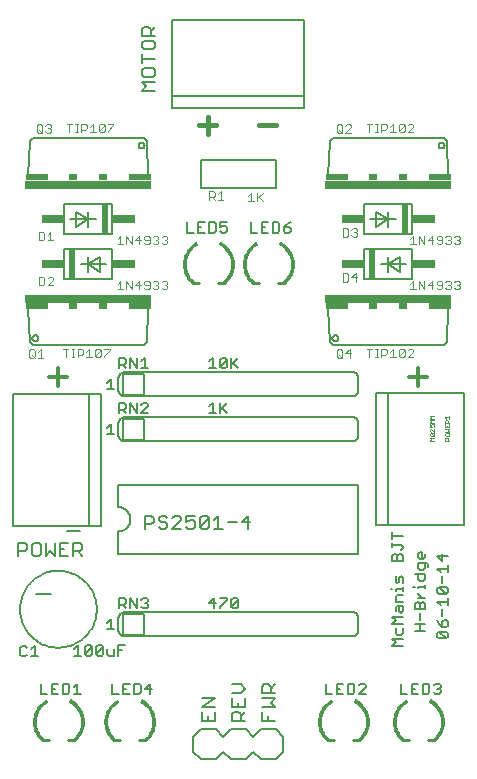
<source format=gto>
G75*
%MOIN*%
%OFA0B0*%
%FSLAX24Y24*%
%IPPOS*%
%LPD*%
%AMOC8*
5,1,8,0,0,1.08239X$1,22.5*
%
%ADD10C,0.0060*%
%ADD11C,0.0120*%
%ADD12C,0.0150*%
%ADD13R,0.0200X0.1000*%
%ADD14R,0.0750X0.0300*%
%ADD15C,0.0040*%
%ADD16C,0.0080*%
%ADD17R,0.4200X0.0300*%
%ADD18R,0.0750X0.0200*%
%ADD19R,0.0300X0.0200*%
%ADD20C,0.0050*%
%ADD21C,0.0010*%
%ADD22C,0.0100*%
D10*
X001085Y002360D02*
X001312Y002360D01*
X001453Y002360D02*
X001453Y002700D01*
X001680Y002700D01*
X001822Y002700D02*
X001822Y002360D01*
X001992Y002360D01*
X002048Y002417D01*
X002048Y002644D01*
X001992Y002700D01*
X001822Y002700D01*
X001567Y002530D02*
X001453Y002530D01*
X001453Y002360D02*
X001680Y002360D01*
X001085Y002360D02*
X001085Y002700D01*
X002190Y002587D02*
X002303Y002700D01*
X002303Y002360D01*
X002190Y002360D02*
X002417Y002360D01*
X003460Y002360D02*
X003687Y002360D01*
X003828Y002360D02*
X004055Y002360D01*
X004197Y002360D02*
X004197Y002700D01*
X004367Y002700D01*
X004423Y002644D01*
X004423Y002417D01*
X004367Y002360D01*
X004197Y002360D01*
X004055Y002700D02*
X003828Y002700D01*
X003828Y002360D01*
X003828Y002530D02*
X003942Y002530D01*
X003460Y002700D02*
X003460Y002360D01*
X004565Y002530D02*
X004792Y002530D01*
X004735Y002360D02*
X004735Y002700D01*
X004565Y002530D01*
X003880Y004280D02*
X011480Y004280D01*
X011506Y004282D01*
X011532Y004287D01*
X011557Y004295D01*
X011580Y004307D01*
X011602Y004321D01*
X011621Y004339D01*
X011639Y004358D01*
X011653Y004380D01*
X011665Y004403D01*
X011673Y004428D01*
X011678Y004454D01*
X011680Y004480D01*
X011680Y004880D01*
X011678Y004906D01*
X011673Y004932D01*
X011665Y004957D01*
X011653Y004980D01*
X011639Y005002D01*
X011621Y005021D01*
X011602Y005039D01*
X011580Y005053D01*
X011557Y005065D01*
X011532Y005073D01*
X011506Y005078D01*
X011480Y005080D01*
X003880Y005080D01*
X003830Y005030D02*
X004530Y005030D01*
X004530Y004330D01*
X003830Y004330D01*
X003830Y005030D01*
X003880Y005080D02*
X003854Y005078D01*
X003828Y005073D01*
X003803Y005065D01*
X003780Y005053D01*
X003758Y005039D01*
X003739Y005021D01*
X003721Y005002D01*
X003707Y004980D01*
X003695Y004957D01*
X003687Y004932D01*
X003682Y004906D01*
X003680Y004880D01*
X003680Y004480D01*
X003682Y004454D01*
X003687Y004428D01*
X003695Y004403D01*
X003707Y004380D01*
X003721Y004358D01*
X003739Y004339D01*
X003758Y004321D01*
X003780Y004307D01*
X003803Y004295D01*
X003828Y004287D01*
X003854Y004282D01*
X003880Y004280D01*
X003680Y007030D02*
X003680Y007780D01*
X003719Y007782D01*
X003758Y007788D01*
X003796Y007797D01*
X003833Y007810D01*
X003869Y007827D01*
X003902Y007847D01*
X003934Y007871D01*
X003963Y007897D01*
X003989Y007926D01*
X004013Y007958D01*
X004033Y007991D01*
X004050Y008027D01*
X004063Y008064D01*
X004072Y008102D01*
X004078Y008141D01*
X004080Y008180D01*
X004078Y008219D01*
X004072Y008258D01*
X004063Y008296D01*
X004050Y008333D01*
X004033Y008369D01*
X004013Y008402D01*
X003989Y008434D01*
X003963Y008463D01*
X003934Y008489D01*
X003902Y008513D01*
X003869Y008533D01*
X003833Y008550D01*
X003796Y008563D01*
X003758Y008572D01*
X003719Y008578D01*
X003680Y008580D01*
X003680Y009330D01*
X011680Y009330D01*
X011680Y007030D01*
X003680Y007030D01*
X004560Y007860D02*
X004560Y008300D01*
X004780Y008300D01*
X004854Y008227D01*
X004854Y008080D01*
X004780Y008007D01*
X004560Y008007D01*
X005020Y007933D02*
X005094Y007860D01*
X005241Y007860D01*
X005314Y007933D01*
X005314Y008007D01*
X005241Y008080D01*
X005094Y008080D01*
X005020Y008154D01*
X005020Y008227D01*
X005094Y008300D01*
X005241Y008300D01*
X005314Y008227D01*
X005481Y008227D02*
X005554Y008300D01*
X005701Y008300D01*
X005774Y008227D01*
X005774Y008154D01*
X005481Y007860D01*
X005774Y007860D01*
X005941Y007933D02*
X006015Y007860D01*
X006161Y007860D01*
X006235Y007933D01*
X006235Y008080D01*
X006161Y008154D01*
X006088Y008154D01*
X005941Y008080D01*
X005941Y008300D01*
X006235Y008300D01*
X006402Y008227D02*
X006402Y007933D01*
X006695Y008227D01*
X006695Y007933D01*
X006622Y007860D01*
X006475Y007860D01*
X006402Y007933D01*
X006402Y008227D02*
X006475Y008300D01*
X006622Y008300D01*
X006695Y008227D01*
X006862Y008154D02*
X007009Y008300D01*
X007009Y007860D01*
X006862Y007860D02*
X007156Y007860D01*
X007322Y008080D02*
X007616Y008080D01*
X007783Y008080D02*
X008076Y008080D01*
X008003Y007860D02*
X008003Y008300D01*
X007783Y008080D01*
X004530Y010830D02*
X003830Y010830D01*
X003830Y011530D01*
X004530Y011530D01*
X004530Y010830D01*
X003880Y010780D02*
X011480Y010780D01*
X011506Y010782D01*
X011532Y010787D01*
X011557Y010795D01*
X011580Y010807D01*
X011602Y010821D01*
X011621Y010839D01*
X011639Y010858D01*
X011653Y010880D01*
X011665Y010903D01*
X011673Y010928D01*
X011678Y010954D01*
X011680Y010980D01*
X011680Y011380D01*
X011678Y011406D01*
X011673Y011432D01*
X011665Y011457D01*
X011653Y011480D01*
X011639Y011502D01*
X011621Y011521D01*
X011602Y011539D01*
X011580Y011553D01*
X011557Y011565D01*
X011532Y011573D01*
X011506Y011578D01*
X011480Y011580D01*
X003880Y011580D01*
X003854Y011578D01*
X003828Y011573D01*
X003803Y011565D01*
X003780Y011553D01*
X003758Y011539D01*
X003739Y011521D01*
X003721Y011502D01*
X003707Y011480D01*
X003695Y011457D01*
X003687Y011432D01*
X003682Y011406D01*
X003680Y011380D01*
X003680Y010980D01*
X003682Y010954D01*
X003687Y010928D01*
X003695Y010903D01*
X003707Y010880D01*
X003721Y010858D01*
X003739Y010839D01*
X003758Y010821D01*
X003780Y010807D01*
X003803Y010795D01*
X003828Y010787D01*
X003854Y010782D01*
X003880Y010780D01*
X003880Y012280D02*
X011480Y012280D01*
X011506Y012282D01*
X011532Y012287D01*
X011557Y012295D01*
X011580Y012307D01*
X011602Y012321D01*
X011621Y012339D01*
X011639Y012358D01*
X011653Y012380D01*
X011665Y012403D01*
X011673Y012428D01*
X011678Y012454D01*
X011680Y012480D01*
X011680Y012880D01*
X011678Y012906D01*
X011673Y012932D01*
X011665Y012957D01*
X011653Y012980D01*
X011639Y013002D01*
X011621Y013021D01*
X011602Y013039D01*
X011580Y013053D01*
X011557Y013065D01*
X011532Y013073D01*
X011506Y013078D01*
X011480Y013080D01*
X003880Y013080D01*
X003830Y013030D02*
X004530Y013030D01*
X004530Y012330D01*
X003830Y012330D01*
X003830Y013030D01*
X003880Y013080D02*
X003854Y013078D01*
X003828Y013073D01*
X003803Y013065D01*
X003780Y013053D01*
X003758Y013039D01*
X003739Y013021D01*
X003721Y013002D01*
X003707Y012980D01*
X003695Y012957D01*
X003687Y012932D01*
X003682Y012906D01*
X003680Y012880D01*
X003680Y012480D01*
X003682Y012454D01*
X003687Y012428D01*
X003695Y012403D01*
X003707Y012380D01*
X003721Y012358D01*
X003739Y012339D01*
X003758Y012321D01*
X003780Y012307D01*
X003803Y012295D01*
X003828Y012287D01*
X003854Y012282D01*
X003880Y012280D01*
X004530Y013980D02*
X000830Y013980D01*
X000730Y014080D01*
X000680Y015230D01*
X000810Y014220D02*
X000812Y014240D01*
X000818Y014258D01*
X000827Y014276D01*
X000839Y014291D01*
X000854Y014303D01*
X000872Y014312D01*
X000890Y014318D01*
X000910Y014320D01*
X000930Y014318D01*
X000948Y014312D01*
X000966Y014303D01*
X000981Y014291D01*
X000993Y014276D01*
X001002Y014258D01*
X001008Y014240D01*
X001010Y014220D01*
X001008Y014200D01*
X001002Y014182D01*
X000993Y014164D01*
X000981Y014149D01*
X000966Y014137D01*
X000948Y014128D01*
X000930Y014122D01*
X000910Y014120D01*
X000890Y014122D01*
X000872Y014128D01*
X000854Y014137D01*
X000839Y014149D01*
X000827Y014164D01*
X000818Y014182D01*
X000812Y014200D01*
X000810Y014220D01*
X001880Y016180D02*
X001880Y017180D01*
X003480Y017180D01*
X003480Y016180D01*
X001880Y016180D01*
X002430Y016680D02*
X002680Y016680D01*
X002680Y016430D01*
X002680Y016680D02*
X002680Y016930D01*
X002680Y016680D02*
X003080Y016930D01*
X003080Y016430D01*
X002680Y016680D01*
X003280Y016680D01*
X003480Y017680D02*
X003480Y018680D01*
X001880Y018680D01*
X001880Y017680D01*
X003480Y017680D01*
X002930Y018180D02*
X002680Y018180D01*
X002680Y018430D01*
X002680Y018180D02*
X002680Y017930D01*
X002680Y018180D02*
X002280Y017930D01*
X002280Y018430D01*
X002680Y018180D01*
X002080Y018180D01*
X000680Y019630D02*
X000730Y020780D01*
X000830Y020880D01*
X004530Y020880D01*
X004630Y020780D01*
X004680Y019630D01*
X004350Y020640D02*
X004352Y020660D01*
X004358Y020678D01*
X004367Y020696D01*
X004379Y020711D01*
X004394Y020723D01*
X004412Y020732D01*
X004430Y020738D01*
X004450Y020740D01*
X004470Y020738D01*
X004488Y020732D01*
X004506Y020723D01*
X004521Y020711D01*
X004533Y020696D01*
X004542Y020678D01*
X004548Y020660D01*
X004550Y020640D01*
X004548Y020620D01*
X004542Y020602D01*
X004533Y020584D01*
X004521Y020569D01*
X004506Y020557D01*
X004488Y020548D01*
X004470Y020542D01*
X004450Y020540D01*
X004430Y020542D01*
X004412Y020548D01*
X004394Y020557D01*
X004379Y020569D01*
X004367Y020584D01*
X004358Y020602D01*
X004352Y020620D01*
X004350Y020640D01*
X004460Y022460D02*
X004606Y022607D01*
X004460Y022754D01*
X004900Y022754D01*
X004827Y022920D02*
X004900Y022994D01*
X004900Y023141D01*
X004827Y023214D01*
X004533Y023214D01*
X004460Y023141D01*
X004460Y022994D01*
X004533Y022920D01*
X004827Y022920D01*
X004900Y022460D02*
X004460Y022460D01*
X004460Y023381D02*
X004460Y023674D01*
X004460Y023528D02*
X004900Y023528D01*
X004827Y023841D02*
X004533Y023841D01*
X004460Y023915D01*
X004460Y024061D01*
X004533Y024135D01*
X004827Y024135D01*
X004900Y024061D01*
X004900Y023915D01*
X004827Y023841D01*
X004900Y024302D02*
X004460Y024302D01*
X004460Y024522D01*
X004533Y024595D01*
X004680Y024595D01*
X004753Y024522D01*
X004753Y024302D01*
X004753Y024448D02*
X004900Y024595D01*
X005960Y018075D02*
X005960Y017735D01*
X006187Y017735D01*
X006328Y017735D02*
X006555Y017735D01*
X006697Y017735D02*
X006867Y017735D01*
X006923Y017792D01*
X006923Y018019D01*
X006867Y018075D01*
X006697Y018075D01*
X006697Y017735D01*
X006442Y017905D02*
X006328Y017905D01*
X006328Y018075D02*
X006328Y017735D01*
X006328Y018075D02*
X006555Y018075D01*
X007065Y018075D02*
X007065Y017905D01*
X007178Y017962D01*
X007235Y017962D01*
X007292Y017905D01*
X007292Y017792D01*
X007235Y017735D01*
X007122Y017735D01*
X007065Y017792D01*
X007065Y018075D02*
X007292Y018075D01*
X008085Y018075D02*
X008085Y017735D01*
X008312Y017735D01*
X008453Y017735D02*
X008680Y017735D01*
X008822Y017735D02*
X008992Y017735D01*
X009048Y017792D01*
X009048Y018019D01*
X008992Y018075D01*
X008822Y018075D01*
X008822Y017735D01*
X008567Y017905D02*
X008453Y017905D01*
X008453Y018075D02*
X008453Y017735D01*
X008453Y018075D02*
X008680Y018075D01*
X009190Y017905D02*
X009360Y017905D01*
X009417Y017848D01*
X009417Y017792D01*
X009360Y017735D01*
X009247Y017735D01*
X009190Y017792D01*
X009190Y017905D01*
X009303Y018019D01*
X009417Y018075D01*
X010680Y019630D02*
X010730Y020780D01*
X010830Y020880D01*
X014530Y020880D01*
X014630Y020780D01*
X014680Y019630D01*
X014350Y020640D02*
X014352Y020660D01*
X014358Y020678D01*
X014367Y020696D01*
X014379Y020711D01*
X014394Y020723D01*
X014412Y020732D01*
X014430Y020738D01*
X014450Y020740D01*
X014470Y020738D01*
X014488Y020732D01*
X014506Y020723D01*
X014521Y020711D01*
X014533Y020696D01*
X014542Y020678D01*
X014548Y020660D01*
X014550Y020640D01*
X014548Y020620D01*
X014542Y020602D01*
X014533Y020584D01*
X014521Y020569D01*
X014506Y020557D01*
X014488Y020548D01*
X014470Y020542D01*
X014450Y020540D01*
X014430Y020542D01*
X014412Y020548D01*
X014394Y020557D01*
X014379Y020569D01*
X014367Y020584D01*
X014358Y020602D01*
X014352Y020620D01*
X014350Y020640D01*
X013480Y018680D02*
X013480Y017680D01*
X011880Y017680D01*
X011880Y018680D01*
X013480Y018680D01*
X012930Y018180D02*
X012680Y018180D01*
X012680Y018430D01*
X012680Y018180D02*
X012680Y017930D01*
X012680Y018180D02*
X012280Y017930D01*
X012280Y018430D01*
X012680Y018180D01*
X012080Y018180D01*
X011880Y017180D02*
X011880Y016180D01*
X013480Y016180D01*
X013480Y017180D01*
X011880Y017180D01*
X012430Y016680D02*
X012680Y016680D01*
X012680Y016430D01*
X012680Y016680D02*
X012680Y016930D01*
X012680Y016680D02*
X013080Y016930D01*
X013080Y016430D01*
X012680Y016680D01*
X013280Y016680D01*
X014680Y015230D02*
X014630Y014080D01*
X014530Y013980D01*
X010830Y013980D01*
X010730Y014080D01*
X010680Y015230D01*
X010810Y014220D02*
X010812Y014240D01*
X010818Y014258D01*
X010827Y014276D01*
X010839Y014291D01*
X010854Y014303D01*
X010872Y014312D01*
X010890Y014318D01*
X010910Y014320D01*
X010930Y014318D01*
X010948Y014312D01*
X010966Y014303D01*
X010981Y014291D01*
X010993Y014276D01*
X011002Y014258D01*
X011008Y014240D01*
X011010Y014220D01*
X011008Y014200D01*
X011002Y014182D01*
X010993Y014164D01*
X010981Y014149D01*
X010966Y014137D01*
X010948Y014128D01*
X010930Y014122D01*
X010910Y014120D01*
X010890Y014122D01*
X010872Y014128D01*
X010854Y014137D01*
X010839Y014149D01*
X010827Y014164D01*
X010818Y014182D01*
X010812Y014200D01*
X010810Y014220D01*
X012810Y007747D02*
X012810Y007520D01*
X012810Y007634D02*
X013150Y007634D01*
X013093Y007322D02*
X012810Y007322D01*
X012810Y007265D02*
X012810Y007379D01*
X013093Y007322D02*
X013150Y007265D01*
X013150Y007209D01*
X013093Y007152D01*
X013093Y007011D02*
X013037Y007011D01*
X012980Y006954D01*
X012980Y006784D01*
X012980Y006954D02*
X012923Y007011D01*
X012866Y007011D01*
X012810Y006954D01*
X012810Y006784D01*
X013150Y006784D01*
X013150Y006954D01*
X013093Y007011D01*
X013093Y006274D02*
X013037Y006217D01*
X013037Y006104D01*
X012980Y006047D01*
X012923Y006104D01*
X012923Y006274D01*
X013093Y006274D02*
X013150Y006217D01*
X013150Y006047D01*
X013150Y005915D02*
X013150Y005802D01*
X013150Y005858D02*
X012923Y005858D01*
X012923Y005802D01*
X012810Y005858D02*
X012753Y005858D01*
X012980Y005660D02*
X013150Y005660D01*
X012980Y005660D02*
X012923Y005603D01*
X012923Y005433D01*
X013150Y005433D01*
X013150Y005292D02*
X012980Y005292D01*
X012923Y005235D01*
X012923Y005122D01*
X013037Y005122D02*
X013037Y005292D01*
X013150Y005292D02*
X013150Y005122D01*
X013093Y005065D01*
X013037Y005122D01*
X013150Y004923D02*
X012810Y004923D01*
X012923Y004810D01*
X012810Y004697D01*
X013150Y004697D01*
X013150Y004555D02*
X013150Y004385D01*
X013093Y004328D01*
X012980Y004328D01*
X012923Y004385D01*
X012923Y004555D01*
X012810Y004187D02*
X013150Y004187D01*
X013150Y003960D02*
X012810Y003960D01*
X012923Y004073D01*
X012810Y004187D01*
X013560Y004460D02*
X013900Y004460D01*
X013730Y004460D02*
X013730Y004687D01*
X013730Y004828D02*
X013730Y005055D01*
X013730Y005197D02*
X013730Y005367D01*
X013787Y005423D01*
X013843Y005423D01*
X013900Y005367D01*
X013900Y005197D01*
X013560Y005197D01*
X013560Y005367D01*
X013616Y005423D01*
X013673Y005423D01*
X013730Y005367D01*
X013787Y005565D02*
X013673Y005678D01*
X013673Y005735D01*
X013673Y005872D02*
X013673Y005929D01*
X013900Y005929D01*
X013900Y005985D02*
X013900Y005872D01*
X013843Y006117D02*
X013730Y006117D01*
X013673Y006174D01*
X013673Y006344D01*
X013560Y006344D02*
X013900Y006344D01*
X013900Y006174D01*
X013843Y006117D01*
X013843Y006486D02*
X013730Y006486D01*
X013673Y006542D01*
X013673Y006713D01*
X013957Y006713D01*
X014013Y006656D01*
X014013Y006599D01*
X013900Y006542D02*
X013900Y006713D01*
X013843Y006854D02*
X013730Y006854D01*
X013673Y006911D01*
X013673Y007024D01*
X013730Y007081D01*
X013787Y007081D01*
X013787Y006854D01*
X013843Y006854D02*
X013900Y006911D01*
X013900Y007024D01*
X013900Y006542D02*
X013843Y006486D01*
X013560Y005929D02*
X013503Y005929D01*
X013673Y005565D02*
X013900Y005565D01*
X014310Y005428D02*
X014423Y005315D01*
X014480Y005173D02*
X014480Y004947D01*
X014537Y004805D02*
X014480Y004748D01*
X014480Y004578D01*
X014593Y004578D01*
X014650Y004635D01*
X014650Y004748D01*
X014593Y004805D01*
X014537Y004805D01*
X014366Y004692D02*
X014480Y004578D01*
X014366Y004692D02*
X014310Y004805D01*
X014366Y004437D02*
X014593Y004210D01*
X014650Y004267D01*
X014650Y004380D01*
X014593Y004437D01*
X014366Y004437D01*
X014310Y004380D01*
X014310Y004267D01*
X014366Y004210D01*
X014593Y004210D01*
X014650Y005315D02*
X014650Y005542D01*
X014650Y005428D02*
X014310Y005428D01*
X014366Y005683D02*
X014310Y005740D01*
X014310Y005853D01*
X014366Y005910D01*
X014593Y005683D01*
X014650Y005740D01*
X014650Y005853D01*
X014593Y005910D01*
X014366Y005910D01*
X014480Y006052D02*
X014480Y006278D01*
X014423Y006420D02*
X014310Y006533D01*
X014650Y006533D01*
X014650Y006420D02*
X014650Y006647D01*
X014480Y006788D02*
X014480Y007015D01*
X014650Y006958D02*
X014310Y006958D01*
X014480Y006788D01*
X014593Y005683D02*
X014366Y005683D01*
X013900Y004687D02*
X013560Y004687D01*
X013453Y002700D02*
X013453Y002360D01*
X013680Y002360D01*
X013822Y002360D02*
X013992Y002360D01*
X014048Y002417D01*
X014048Y002644D01*
X013992Y002700D01*
X013822Y002700D01*
X013822Y002360D01*
X013567Y002530D02*
X013453Y002530D01*
X013453Y002700D02*
X013680Y002700D01*
X013312Y002360D02*
X013085Y002360D01*
X013085Y002700D01*
X014190Y002644D02*
X014247Y002700D01*
X014360Y002700D01*
X014417Y002644D01*
X014417Y002587D01*
X014360Y002530D01*
X014417Y002473D01*
X014417Y002417D01*
X014360Y002360D01*
X014247Y002360D01*
X014190Y002417D01*
X014303Y002530D02*
X014360Y002530D01*
X011917Y002587D02*
X011917Y002644D01*
X011860Y002700D01*
X011747Y002700D01*
X011690Y002644D01*
X011548Y002644D02*
X011548Y002417D01*
X011492Y002360D01*
X011322Y002360D01*
X011322Y002700D01*
X011492Y002700D01*
X011548Y002644D01*
X011690Y002360D02*
X011917Y002587D01*
X011917Y002360D02*
X011690Y002360D01*
X011180Y002360D02*
X010953Y002360D01*
X010953Y002700D01*
X011180Y002700D01*
X011067Y002530D02*
X010953Y002530D01*
X010812Y002360D02*
X010585Y002360D01*
X010585Y002700D01*
X008900Y002674D02*
X008753Y002528D01*
X008753Y002601D02*
X008753Y002381D01*
X008900Y002381D02*
X008460Y002381D01*
X008460Y002601D01*
X008533Y002674D01*
X008680Y002674D01*
X008753Y002601D01*
X008900Y002214D02*
X008460Y002214D01*
X008460Y001920D02*
X008900Y001920D01*
X008753Y002067D01*
X008900Y002214D01*
X008460Y001754D02*
X008460Y001460D01*
X008900Y001460D01*
X008680Y001460D02*
X008680Y001607D01*
X007900Y001754D02*
X007753Y001607D01*
X007753Y001680D02*
X007753Y001460D01*
X007900Y001460D02*
X007460Y001460D01*
X007460Y001680D01*
X007533Y001754D01*
X007680Y001754D01*
X007753Y001680D01*
X007680Y001920D02*
X007680Y002067D01*
X007900Y001920D02*
X007900Y002214D01*
X007753Y002381D02*
X007900Y002528D01*
X007753Y002674D01*
X007460Y002674D01*
X007460Y002381D02*
X007753Y002381D01*
X007460Y002214D02*
X007460Y001920D01*
X007900Y001920D01*
X006900Y001920D02*
X006460Y001920D01*
X006900Y002214D01*
X006460Y002214D01*
X006460Y001754D02*
X006460Y001460D01*
X006900Y001460D01*
X006900Y001754D01*
X006680Y001607D02*
X006680Y001460D01*
X002470Y006960D02*
X002323Y007107D01*
X002397Y007107D02*
X002177Y007107D01*
X002177Y006960D02*
X002177Y007400D01*
X002397Y007400D01*
X002470Y007327D01*
X002470Y007180D01*
X002397Y007107D01*
X002010Y006960D02*
X001716Y006960D01*
X001716Y007400D01*
X002010Y007400D01*
X001863Y007180D02*
X001716Y007180D01*
X001549Y006960D02*
X001549Y007400D01*
X001403Y007107D02*
X001549Y006960D01*
X001403Y007107D02*
X001256Y006960D01*
X001256Y007400D01*
X001089Y007327D02*
X001016Y007400D01*
X000869Y007400D01*
X000795Y007327D01*
X000795Y007033D01*
X000869Y006960D01*
X001016Y006960D01*
X001089Y007033D01*
X001089Y007327D01*
X000629Y007327D02*
X000629Y007180D01*
X000555Y007107D01*
X000335Y007107D01*
X000335Y006960D02*
X000335Y007400D01*
X000555Y007400D01*
X000629Y007327D01*
X001960Y007780D02*
X002387Y007780D01*
X004530Y013980D02*
X004630Y014080D01*
X004680Y015230D01*
D11*
X001952Y012930D02*
X001365Y012930D01*
X001659Y013224D02*
X001659Y012637D01*
X013365Y012930D02*
X013952Y012930D01*
X013659Y012637D02*
X013659Y013224D01*
D12*
X008947Y021305D02*
X008380Y021305D01*
X006947Y021305D02*
X006380Y021305D01*
X006664Y021022D02*
X006664Y021589D01*
D13*
X003230Y018180D03*
X002130Y016680D03*
X012130Y016680D03*
X013230Y018180D03*
D14*
X013855Y018180D03*
X013855Y016680D03*
X011505Y016680D03*
X011505Y018180D03*
X003855Y018180D03*
X003855Y016680D03*
X001505Y016680D03*
X001505Y018180D03*
D15*
X001413Y017755D02*
X001413Y017475D01*
X001320Y017475D02*
X001506Y017475D01*
X001320Y017662D02*
X001413Y017755D01*
X001212Y017709D02*
X001165Y017755D01*
X001025Y017755D01*
X001025Y017475D01*
X001165Y017475D01*
X001212Y017522D01*
X001212Y017709D01*
X001165Y016255D02*
X001025Y016255D01*
X001025Y015975D01*
X001165Y015975D01*
X001212Y016022D01*
X001212Y016209D01*
X001165Y016255D01*
X001320Y016209D02*
X001366Y016255D01*
X001460Y016255D01*
X001506Y016209D01*
X001506Y016162D01*
X001320Y015975D01*
X001506Y015975D01*
X001825Y013855D02*
X002012Y013855D01*
X001918Y013855D02*
X001918Y013575D01*
X002120Y013575D02*
X002213Y013575D01*
X002166Y013575D02*
X002166Y013855D01*
X002120Y013855D02*
X002213Y013855D01*
X002316Y013855D02*
X002316Y013575D01*
X002316Y013668D02*
X002456Y013668D01*
X002503Y013715D01*
X002503Y013809D01*
X002456Y013855D01*
X002316Y013855D01*
X002611Y013762D02*
X002704Y013855D01*
X002704Y013575D01*
X002611Y013575D02*
X002798Y013575D01*
X002905Y013622D02*
X003092Y013809D01*
X003092Y013622D01*
X003046Y013575D01*
X002952Y013575D01*
X002905Y013622D01*
X002905Y013809D01*
X002952Y013855D01*
X003046Y013855D01*
X003092Y013809D01*
X003200Y013855D02*
X003387Y013855D01*
X003387Y013809D01*
X003200Y013622D01*
X003200Y013575D01*
X003650Y015850D02*
X003837Y015850D01*
X003743Y015850D02*
X003743Y016130D01*
X003650Y016037D01*
X003945Y016130D02*
X003945Y015850D01*
X004131Y015850D02*
X003945Y016130D01*
X004131Y016130D02*
X004131Y015850D01*
X004239Y015990D02*
X004426Y015990D01*
X004534Y016037D02*
X004581Y015990D01*
X004721Y015990D01*
X004721Y015897D02*
X004721Y016084D01*
X004674Y016130D01*
X004581Y016130D01*
X004534Y016084D01*
X004534Y016037D01*
X004534Y015897D02*
X004581Y015850D01*
X004674Y015850D01*
X004721Y015897D01*
X004829Y015897D02*
X004875Y015850D01*
X004969Y015850D01*
X005015Y015897D01*
X005015Y015943D01*
X004969Y015990D01*
X004922Y015990D01*
X004969Y015990D02*
X005015Y016037D01*
X005015Y016084D01*
X004969Y016130D01*
X004875Y016130D01*
X004829Y016084D01*
X005123Y016084D02*
X005170Y016130D01*
X005263Y016130D01*
X005310Y016084D01*
X005310Y016037D01*
X005263Y015990D01*
X005310Y015943D01*
X005310Y015897D01*
X005263Y015850D01*
X005170Y015850D01*
X005123Y015897D01*
X005217Y015990D02*
X005263Y015990D01*
X005263Y017350D02*
X005170Y017350D01*
X005123Y017397D01*
X005015Y017397D02*
X004969Y017350D01*
X004875Y017350D01*
X004829Y017397D01*
X004721Y017397D02*
X004721Y017584D01*
X004674Y017630D01*
X004581Y017630D01*
X004534Y017584D01*
X004534Y017537D01*
X004581Y017490D01*
X004721Y017490D01*
X004721Y017397D02*
X004674Y017350D01*
X004581Y017350D01*
X004534Y017397D01*
X004426Y017490D02*
X004239Y017490D01*
X004379Y017630D01*
X004379Y017350D01*
X004131Y017350D02*
X004131Y017630D01*
X003945Y017630D02*
X003945Y017350D01*
X003837Y017350D02*
X003650Y017350D01*
X003743Y017350D02*
X003743Y017630D01*
X003650Y017537D01*
X003945Y017630D02*
X004131Y017350D01*
X004829Y017584D02*
X004875Y017630D01*
X004969Y017630D01*
X005015Y017584D01*
X005015Y017537D01*
X004969Y017490D01*
X005015Y017443D01*
X005015Y017397D01*
X004969Y017490D02*
X004922Y017490D01*
X005123Y017584D02*
X005170Y017630D01*
X005263Y017630D01*
X005310Y017584D01*
X005310Y017537D01*
X005263Y017490D01*
X005310Y017443D01*
X005310Y017397D01*
X005263Y017350D01*
X005263Y017490D02*
X005217Y017490D01*
X004379Y016130D02*
X004239Y015990D01*
X004379Y015850D02*
X004379Y016130D01*
X006700Y018825D02*
X006700Y019105D01*
X006840Y019105D01*
X006887Y019059D01*
X006887Y018965D01*
X006840Y018918D01*
X006700Y018918D01*
X006793Y018918D02*
X006887Y018825D01*
X006995Y018825D02*
X007181Y018825D01*
X007088Y018825D02*
X007088Y019105D01*
X006995Y019012D01*
X008011Y018967D02*
X008104Y019060D01*
X008104Y018780D01*
X008011Y018780D02*
X008198Y018780D01*
X008305Y018780D02*
X008305Y019060D01*
X008352Y018920D02*
X008492Y018780D01*
X008305Y018873D02*
X008492Y019060D01*
X010950Y021117D02*
X010997Y021070D01*
X011090Y021070D01*
X011137Y021117D01*
X011137Y021304D01*
X011090Y021350D01*
X010997Y021350D01*
X010950Y021304D01*
X010950Y021117D01*
X011043Y021163D02*
X011137Y021070D01*
X011245Y021070D02*
X011431Y021257D01*
X011431Y021304D01*
X011385Y021350D01*
X011291Y021350D01*
X011245Y021304D01*
X011245Y021070D02*
X011431Y021070D01*
X011950Y021355D02*
X012137Y021355D01*
X012043Y021355D02*
X012043Y021075D01*
X012245Y021075D02*
X012338Y021075D01*
X012291Y021075D02*
X012291Y021355D01*
X012245Y021355D02*
X012338Y021355D01*
X012441Y021355D02*
X012581Y021355D01*
X012628Y021309D01*
X012628Y021215D01*
X012581Y021168D01*
X012441Y021168D01*
X012441Y021075D02*
X012441Y021355D01*
X012736Y021262D02*
X012829Y021355D01*
X012829Y021075D01*
X012736Y021075D02*
X012923Y021075D01*
X013030Y021122D02*
X013217Y021309D01*
X013217Y021122D01*
X013171Y021075D01*
X013077Y021075D01*
X013030Y021122D01*
X013030Y021309D01*
X013077Y021355D01*
X013171Y021355D01*
X013217Y021309D01*
X013325Y021309D02*
X013372Y021355D01*
X013465Y021355D01*
X013512Y021309D01*
X013512Y021262D01*
X013325Y021075D01*
X013512Y021075D01*
X011585Y017880D02*
X011491Y017880D01*
X011445Y017834D01*
X011337Y017834D02*
X011337Y017647D01*
X011290Y017600D01*
X011150Y017600D01*
X011150Y017880D01*
X011290Y017880D01*
X011337Y017834D01*
X011445Y017647D02*
X011491Y017600D01*
X011585Y017600D01*
X011631Y017647D01*
X011631Y017693D01*
X011585Y017740D01*
X011538Y017740D01*
X011585Y017740D02*
X011631Y017787D01*
X011631Y017834D01*
X011585Y017880D01*
X011585Y016380D02*
X011445Y016240D01*
X011631Y016240D01*
X011585Y016100D02*
X011585Y016380D01*
X011337Y016334D02*
X011337Y016147D01*
X011290Y016100D01*
X011150Y016100D01*
X011150Y016380D01*
X011290Y016380D01*
X011337Y016334D01*
X011385Y013850D02*
X011245Y013710D01*
X011431Y013710D01*
X011385Y013570D02*
X011385Y013850D01*
X011137Y013804D02*
X011137Y013617D01*
X011090Y013570D01*
X010997Y013570D01*
X010950Y013617D01*
X010950Y013804D01*
X010997Y013850D01*
X011090Y013850D01*
X011137Y013804D01*
X011043Y013663D02*
X011137Y013570D01*
X011950Y013855D02*
X012137Y013855D01*
X012043Y013855D02*
X012043Y013575D01*
X012245Y013575D02*
X012338Y013575D01*
X012291Y013575D02*
X012291Y013855D01*
X012245Y013855D02*
X012338Y013855D01*
X012441Y013855D02*
X012581Y013855D01*
X012628Y013809D01*
X012628Y013715D01*
X012581Y013668D01*
X012441Y013668D01*
X012441Y013575D02*
X012441Y013855D01*
X012736Y013762D02*
X012829Y013855D01*
X012829Y013575D01*
X012736Y013575D02*
X012923Y013575D01*
X013030Y013622D02*
X013217Y013809D01*
X013217Y013622D01*
X013171Y013575D01*
X013077Y013575D01*
X013030Y013622D01*
X013030Y013809D01*
X013077Y013855D01*
X013171Y013855D01*
X013217Y013809D01*
X013325Y013809D02*
X013372Y013855D01*
X013465Y013855D01*
X013512Y013809D01*
X013512Y013762D01*
X013325Y013575D01*
X013512Y013575D01*
X013493Y015850D02*
X013493Y016130D01*
X013400Y016037D01*
X013400Y015850D02*
X013587Y015850D01*
X013695Y015850D02*
X013695Y016130D01*
X013881Y015850D01*
X013881Y016130D01*
X013989Y015990D02*
X014176Y015990D01*
X014284Y016037D02*
X014331Y015990D01*
X014471Y015990D01*
X014471Y015897D02*
X014471Y016084D01*
X014424Y016130D01*
X014331Y016130D01*
X014284Y016084D01*
X014284Y016037D01*
X014284Y015897D02*
X014331Y015850D01*
X014424Y015850D01*
X014471Y015897D01*
X014579Y015897D02*
X014625Y015850D01*
X014719Y015850D01*
X014765Y015897D01*
X014765Y015943D01*
X014719Y015990D01*
X014672Y015990D01*
X014719Y015990D02*
X014765Y016037D01*
X014765Y016084D01*
X014719Y016130D01*
X014625Y016130D01*
X014579Y016084D01*
X014873Y016084D02*
X014920Y016130D01*
X015013Y016130D01*
X015060Y016084D01*
X015060Y016037D01*
X015013Y015990D01*
X015060Y015943D01*
X015060Y015897D01*
X015013Y015850D01*
X014920Y015850D01*
X014873Y015897D01*
X014967Y015990D02*
X015013Y015990D01*
X015013Y017350D02*
X014920Y017350D01*
X014873Y017397D01*
X014765Y017397D02*
X014719Y017350D01*
X014625Y017350D01*
X014579Y017397D01*
X014471Y017397D02*
X014471Y017584D01*
X014424Y017630D01*
X014331Y017630D01*
X014284Y017584D01*
X014284Y017537D01*
X014331Y017490D01*
X014471Y017490D01*
X014471Y017397D02*
X014424Y017350D01*
X014331Y017350D01*
X014284Y017397D01*
X014176Y017490D02*
X013989Y017490D01*
X014129Y017630D01*
X014129Y017350D01*
X013881Y017350D02*
X013881Y017630D01*
X013695Y017630D02*
X013695Y017350D01*
X013587Y017350D02*
X013400Y017350D01*
X013493Y017350D02*
X013493Y017630D01*
X013400Y017537D01*
X013695Y017630D02*
X013881Y017350D01*
X014579Y017584D02*
X014625Y017630D01*
X014719Y017630D01*
X014765Y017584D01*
X014765Y017537D01*
X014719Y017490D01*
X014765Y017443D01*
X014765Y017397D01*
X014719Y017490D02*
X014672Y017490D01*
X014873Y017584D02*
X014920Y017630D01*
X015013Y017630D01*
X015060Y017584D01*
X015060Y017537D01*
X015013Y017490D01*
X015060Y017443D01*
X015060Y017397D01*
X015013Y017350D01*
X015013Y017490D02*
X014967Y017490D01*
X014129Y016130D02*
X014129Y015850D01*
X013989Y015990D02*
X014129Y016130D01*
X003512Y021309D02*
X003325Y021122D01*
X003325Y021075D01*
X003217Y021122D02*
X003217Y021309D01*
X003030Y021122D01*
X003077Y021075D01*
X003171Y021075D01*
X003217Y021122D01*
X003217Y021309D02*
X003171Y021355D01*
X003077Y021355D01*
X003030Y021309D01*
X003030Y021122D01*
X002923Y021075D02*
X002736Y021075D01*
X002829Y021075D02*
X002829Y021355D01*
X002736Y021262D01*
X002628Y021309D02*
X002628Y021215D01*
X002581Y021168D01*
X002441Y021168D01*
X002441Y021075D02*
X002441Y021355D01*
X002581Y021355D01*
X002628Y021309D01*
X002338Y021355D02*
X002245Y021355D01*
X002291Y021355D02*
X002291Y021075D01*
X002245Y021075D02*
X002338Y021075D01*
X002043Y021075D02*
X002043Y021355D01*
X001950Y021355D02*
X002137Y021355D01*
X001431Y021304D02*
X001431Y021257D01*
X001385Y021210D01*
X001431Y021163D01*
X001431Y021117D01*
X001385Y021070D01*
X001291Y021070D01*
X001245Y021117D01*
X001137Y021117D02*
X001137Y021304D01*
X001090Y021350D01*
X000997Y021350D01*
X000950Y021304D01*
X000950Y021117D01*
X000997Y021070D01*
X001090Y021070D01*
X001137Y021117D01*
X001137Y021070D02*
X001043Y021163D01*
X001245Y021304D02*
X001291Y021350D01*
X001385Y021350D01*
X001431Y021304D01*
X001385Y021210D02*
X001338Y021210D01*
X003325Y021355D02*
X003512Y021355D01*
X003512Y021309D01*
X001088Y013850D02*
X000995Y013757D01*
X000887Y013804D02*
X000887Y013617D01*
X000840Y013570D01*
X000747Y013570D01*
X000700Y013617D01*
X000700Y013804D01*
X000747Y013850D01*
X000840Y013850D01*
X000887Y013804D01*
X000793Y013663D02*
X000887Y013570D01*
X000995Y013570D02*
X001181Y013570D01*
X001088Y013570D02*
X001088Y013850D01*
D16*
X000151Y012369D02*
X002711Y012369D01*
X002711Y007960D01*
X000151Y007960D01*
X000151Y012369D01*
X002711Y012369D02*
X003104Y012369D01*
X003104Y007960D01*
X002711Y007960D01*
X001430Y005680D02*
X000930Y005680D01*
X000400Y005180D02*
X000402Y005251D01*
X000408Y005322D01*
X000418Y005393D01*
X000432Y005462D01*
X000449Y005531D01*
X000471Y005599D01*
X000496Y005666D01*
X000525Y005731D01*
X000557Y005794D01*
X000593Y005856D01*
X000632Y005915D01*
X000675Y005972D01*
X000720Y006027D01*
X000769Y006079D01*
X000820Y006128D01*
X000874Y006174D01*
X000931Y006218D01*
X000989Y006258D01*
X001050Y006294D01*
X001113Y006328D01*
X001178Y006357D01*
X001244Y006383D01*
X001312Y006406D01*
X001380Y006424D01*
X001450Y006439D01*
X001520Y006450D01*
X001591Y006457D01*
X001662Y006460D01*
X001733Y006459D01*
X001804Y006454D01*
X001875Y006445D01*
X001945Y006432D01*
X002014Y006416D01*
X002082Y006395D01*
X002149Y006371D01*
X002215Y006343D01*
X002278Y006311D01*
X002340Y006276D01*
X002400Y006238D01*
X002458Y006196D01*
X002513Y006152D01*
X002566Y006104D01*
X002616Y006053D01*
X002663Y006000D01*
X002707Y005944D01*
X002748Y005886D01*
X002786Y005825D01*
X002820Y005763D01*
X002850Y005698D01*
X002877Y005633D01*
X002901Y005565D01*
X002920Y005497D01*
X002936Y005428D01*
X002948Y005357D01*
X002956Y005287D01*
X002960Y005216D01*
X002960Y005144D01*
X002956Y005073D01*
X002948Y005003D01*
X002936Y004932D01*
X002920Y004863D01*
X002901Y004795D01*
X002877Y004727D01*
X002850Y004662D01*
X002820Y004597D01*
X002786Y004535D01*
X002748Y004474D01*
X002707Y004416D01*
X002663Y004360D01*
X002616Y004307D01*
X002566Y004256D01*
X002513Y004208D01*
X002458Y004164D01*
X002400Y004122D01*
X002340Y004084D01*
X002278Y004049D01*
X002215Y004017D01*
X002149Y003989D01*
X002082Y003965D01*
X002014Y003944D01*
X001945Y003928D01*
X001875Y003915D01*
X001804Y003906D01*
X001733Y003901D01*
X001662Y003900D01*
X001591Y003903D01*
X001520Y003910D01*
X001450Y003921D01*
X001380Y003936D01*
X001312Y003954D01*
X001244Y003977D01*
X001178Y004003D01*
X001113Y004032D01*
X001050Y004066D01*
X000989Y004102D01*
X000931Y004142D01*
X000874Y004186D01*
X000820Y004232D01*
X000769Y004281D01*
X000720Y004333D01*
X000675Y004388D01*
X000632Y004445D01*
X000593Y004504D01*
X000557Y004566D01*
X000525Y004629D01*
X000496Y004694D01*
X000471Y004761D01*
X000449Y004829D01*
X000432Y004898D01*
X000418Y004967D01*
X000408Y005038D01*
X000402Y005109D01*
X000400Y005180D01*
X006180Y000930D02*
X006180Y000430D01*
X006430Y000180D01*
X006930Y000180D01*
X007180Y000430D01*
X007430Y000180D01*
X007930Y000180D01*
X008180Y000430D01*
X008430Y000180D01*
X008930Y000180D01*
X009180Y000430D01*
X009180Y000930D01*
X008930Y001180D01*
X008430Y001180D01*
X008180Y000930D01*
X007930Y001180D01*
X007430Y001180D01*
X007180Y000930D01*
X006930Y001180D01*
X006430Y001180D01*
X006180Y000930D01*
X012256Y007991D02*
X012256Y012400D01*
X012649Y012400D01*
X012649Y007991D01*
X012256Y007991D01*
X012649Y007991D02*
X015209Y007991D01*
X015209Y012400D01*
X012649Y012400D01*
X008920Y019208D02*
X006440Y019208D01*
X006440Y020152D01*
X008920Y020152D01*
X008920Y019208D01*
X009869Y021881D02*
X005460Y021881D01*
X005460Y022274D01*
X009869Y022274D01*
X009869Y021881D01*
X009869Y022274D02*
X009869Y024834D01*
X005460Y024834D01*
X005460Y022274D01*
D17*
X002680Y019330D03*
X002680Y015530D03*
X012680Y015530D03*
X012680Y019330D03*
D18*
X010955Y019580D03*
X010955Y015280D03*
X014405Y015280D03*
X014405Y019580D03*
X004405Y019580D03*
X004405Y015280D03*
X000955Y015280D03*
X000955Y019580D03*
D19*
X002180Y019580D03*
X003180Y019580D03*
X003180Y015280D03*
X002180Y015280D03*
X012180Y015280D03*
X013180Y015280D03*
X013180Y019580D03*
X012180Y019580D03*
D20*
X007675Y013555D02*
X007442Y013322D01*
X007500Y013380D02*
X007675Y013205D01*
X007442Y013205D02*
X007442Y013555D01*
X007307Y013497D02*
X007307Y013263D01*
X007248Y013205D01*
X007132Y013205D01*
X007073Y013263D01*
X007307Y013497D01*
X007248Y013555D01*
X007132Y013555D01*
X007073Y013497D01*
X007073Y013263D01*
X006939Y013205D02*
X006705Y013205D01*
X006822Y013205D02*
X006822Y013555D01*
X006705Y013439D01*
X006822Y012055D02*
X006705Y011939D01*
X006822Y012055D02*
X006822Y011705D01*
X006705Y011705D02*
X006939Y011705D01*
X007073Y011705D02*
X007073Y012055D01*
X007132Y011880D02*
X007307Y011705D01*
X007073Y011822D02*
X007307Y012055D01*
X004675Y011997D02*
X004617Y012055D01*
X004500Y012055D01*
X004442Y011997D01*
X004307Y012055D02*
X004307Y011705D01*
X004073Y012055D01*
X004073Y011705D01*
X003939Y011705D02*
X003822Y011822D01*
X003880Y011822D02*
X003705Y011822D01*
X003705Y011705D02*
X003705Y012055D01*
X003880Y012055D01*
X003939Y011997D01*
X003939Y011880D01*
X003880Y011822D01*
X004442Y011705D02*
X004675Y011939D01*
X004675Y011997D01*
X004675Y011705D02*
X004442Y011705D01*
X003418Y011345D02*
X003418Y011005D01*
X003305Y011005D02*
X003532Y011005D01*
X003305Y011232D02*
X003418Y011345D01*
X003418Y012505D02*
X003418Y012845D01*
X003305Y012732D01*
X003305Y012505D02*
X003532Y012505D01*
X003705Y013205D02*
X003705Y013555D01*
X003880Y013555D01*
X003939Y013497D01*
X003939Y013380D01*
X003880Y013322D01*
X003705Y013322D01*
X003822Y013322D02*
X003939Y013205D01*
X004073Y013205D02*
X004073Y013555D01*
X004307Y013205D01*
X004307Y013555D01*
X004442Y013439D02*
X004558Y013555D01*
X004558Y013205D01*
X004442Y013205D02*
X004675Y013205D01*
X004617Y005555D02*
X004500Y005555D01*
X004442Y005497D01*
X004307Y005555D02*
X004307Y005205D01*
X004073Y005555D01*
X004073Y005205D01*
X003939Y005205D02*
X003822Y005322D01*
X003880Y005322D02*
X003705Y005322D01*
X003705Y005205D02*
X003705Y005555D01*
X003880Y005555D01*
X003939Y005497D01*
X003939Y005380D01*
X003880Y005322D01*
X004442Y005263D02*
X004500Y005205D01*
X004617Y005205D01*
X004675Y005263D01*
X004675Y005322D01*
X004617Y005380D01*
X004558Y005380D01*
X004617Y005380D02*
X004675Y005439D01*
X004675Y005497D01*
X004617Y005555D01*
X003912Y003980D02*
X003678Y003980D01*
X003678Y003630D01*
X003543Y003630D02*
X003543Y003864D01*
X003678Y003805D02*
X003795Y003805D01*
X003543Y003630D02*
X003368Y003630D01*
X003310Y003688D01*
X003310Y003864D01*
X003175Y003922D02*
X003175Y003688D01*
X003117Y003630D01*
X003000Y003630D01*
X002942Y003688D01*
X003175Y003922D01*
X003117Y003980D01*
X003000Y003980D01*
X002942Y003922D01*
X002942Y003688D01*
X002807Y003688D02*
X002807Y003922D01*
X002573Y003688D01*
X002632Y003630D01*
X002748Y003630D01*
X002807Y003688D01*
X002807Y003922D02*
X002748Y003980D01*
X002632Y003980D01*
X002573Y003922D01*
X002573Y003688D01*
X002439Y003630D02*
X002205Y003630D01*
X002322Y003630D02*
X002322Y003980D01*
X002205Y003864D01*
X003305Y004505D02*
X003532Y004505D01*
X003418Y004505D02*
X003418Y004845D01*
X003305Y004732D01*
X001007Y003605D02*
X000773Y003605D01*
X000890Y003605D02*
X000890Y003955D01*
X000773Y003839D01*
X000639Y003897D02*
X000580Y003955D01*
X000463Y003955D01*
X000405Y003897D01*
X000405Y003663D01*
X000463Y003605D01*
X000580Y003605D01*
X000639Y003663D01*
X006705Y005380D02*
X006939Y005380D01*
X007073Y005263D02*
X007073Y005205D01*
X007073Y005263D02*
X007307Y005497D01*
X007307Y005555D01*
X007073Y005555D01*
X006880Y005555D02*
X006880Y005205D01*
X006705Y005380D02*
X006880Y005555D01*
X007442Y005497D02*
X007442Y005263D01*
X007675Y005497D01*
X007675Y005263D01*
X007617Y005205D01*
X007500Y005205D01*
X007442Y005263D01*
X007442Y005497D02*
X007500Y005555D01*
X007617Y005555D01*
X007675Y005497D01*
D21*
X010757Y002161D02*
X010802Y002083D01*
X010801Y002083D02*
X010757Y002055D01*
X010715Y002024D01*
X010675Y001991D01*
X010637Y001955D01*
X010602Y001916D01*
X010570Y001875D01*
X010540Y001831D01*
X010514Y001786D01*
X010491Y001739D01*
X010471Y001691D01*
X010455Y001641D01*
X010442Y001591D01*
X010433Y001539D01*
X010427Y001487D01*
X010425Y001435D01*
X010336Y001434D01*
X010335Y001435D01*
X010337Y001490D01*
X010343Y001544D01*
X010352Y001599D01*
X010365Y001652D01*
X010381Y001704D01*
X010400Y001756D01*
X010423Y001806D01*
X010449Y001854D01*
X010478Y001901D01*
X010510Y001945D01*
X010545Y001988D01*
X010583Y002028D01*
X010623Y002065D01*
X010665Y002100D01*
X010710Y002132D01*
X010756Y002161D01*
X010761Y002153D01*
X010715Y002125D01*
X010671Y002093D01*
X010629Y002058D01*
X010589Y002021D01*
X010552Y001982D01*
X010517Y001940D01*
X010486Y001896D01*
X010457Y001850D01*
X010431Y001802D01*
X010409Y001752D01*
X010389Y001702D01*
X010373Y001650D01*
X010361Y001597D01*
X010352Y001543D01*
X010346Y001489D01*
X010344Y001435D01*
X010353Y001435D01*
X010355Y001489D01*
X010361Y001542D01*
X010370Y001595D01*
X010382Y001647D01*
X010398Y001699D01*
X010417Y001749D01*
X010439Y001798D01*
X010465Y001845D01*
X010493Y001891D01*
X010525Y001934D01*
X010559Y001976D01*
X010595Y002015D01*
X010635Y002052D01*
X010676Y002086D01*
X010720Y002117D01*
X010765Y002146D01*
X010770Y002138D01*
X010722Y002108D01*
X010676Y002074D01*
X010633Y002038D01*
X010592Y001998D01*
X010554Y001956D01*
X010519Y001912D01*
X010487Y001865D01*
X010459Y001816D01*
X010434Y001765D01*
X010412Y001712D01*
X010395Y001659D01*
X010381Y001604D01*
X010371Y001548D01*
X010364Y001492D01*
X010362Y001435D01*
X010371Y001435D01*
X010373Y001491D01*
X010379Y001547D01*
X010389Y001602D01*
X010403Y001656D01*
X010421Y001709D01*
X010442Y001761D01*
X010467Y001812D01*
X010495Y001860D01*
X010526Y001906D01*
X010561Y001951D01*
X010598Y001992D01*
X010639Y002031D01*
X010681Y002067D01*
X010727Y002100D01*
X010774Y002130D01*
X010779Y002122D01*
X010732Y002093D01*
X010687Y002060D01*
X010645Y002024D01*
X010605Y001986D01*
X010568Y001945D01*
X010533Y001901D01*
X010502Y001855D01*
X010475Y001807D01*
X010450Y001758D01*
X010429Y001706D01*
X010412Y001654D01*
X010398Y001600D01*
X010388Y001545D01*
X010382Y001490D01*
X010380Y001435D01*
X010389Y001435D01*
X010391Y001490D01*
X010397Y001544D01*
X010407Y001598D01*
X010421Y001651D01*
X010438Y001703D01*
X010458Y001754D01*
X010483Y001803D01*
X010510Y001850D01*
X010541Y001896D01*
X010574Y001939D01*
X010611Y001980D01*
X010651Y002018D01*
X010693Y002053D01*
X010737Y002085D01*
X010783Y002114D01*
X010788Y002106D01*
X010742Y002078D01*
X010698Y002046D01*
X010657Y002011D01*
X010618Y001973D01*
X010581Y001933D01*
X010548Y001891D01*
X010518Y001846D01*
X010490Y001799D01*
X010467Y001750D01*
X010446Y001700D01*
X010429Y001649D01*
X010416Y001596D01*
X010406Y001543D01*
X010400Y001489D01*
X010398Y001435D01*
X010407Y001435D01*
X010409Y001488D01*
X010415Y001542D01*
X010425Y001594D01*
X010438Y001646D01*
X010455Y001697D01*
X010475Y001747D01*
X010498Y001795D01*
X010525Y001841D01*
X010555Y001885D01*
X010588Y001927D01*
X010624Y001967D01*
X010663Y002004D01*
X010704Y002039D01*
X010747Y002070D01*
X010792Y002099D01*
X010797Y002091D01*
X010752Y002063D01*
X010709Y002032D01*
X010669Y001998D01*
X010631Y001961D01*
X010595Y001922D01*
X010563Y001880D01*
X010533Y001836D01*
X010506Y001790D01*
X010483Y001743D01*
X010463Y001694D01*
X010446Y001644D01*
X010433Y001592D01*
X010424Y001540D01*
X010418Y001488D01*
X010416Y001435D01*
X012024Y001435D02*
X011934Y001435D01*
X011935Y001435D02*
X011933Y001489D01*
X011927Y001542D01*
X011917Y001595D01*
X011903Y001647D01*
X011886Y001698D01*
X011865Y001747D01*
X011841Y001795D01*
X011813Y001841D01*
X011782Y001885D01*
X011748Y001927D01*
X011712Y001966D01*
X011672Y002003D01*
X011630Y002036D01*
X011586Y002067D01*
X011540Y002094D01*
X011582Y002173D01*
X011631Y002145D01*
X011677Y002113D01*
X011722Y002078D01*
X011764Y002041D01*
X011804Y002000D01*
X011840Y001957D01*
X011874Y001912D01*
X011905Y001865D01*
X011932Y001815D01*
X011956Y001764D01*
X011977Y001712D01*
X011994Y001658D01*
X012007Y001603D01*
X012017Y001548D01*
X012023Y001491D01*
X012025Y001435D01*
X012016Y001435D01*
X012014Y001491D01*
X012008Y001546D01*
X011998Y001601D01*
X011985Y001656D01*
X011968Y001709D01*
X011948Y001761D01*
X011924Y001811D01*
X011897Y001860D01*
X011867Y001907D01*
X011833Y001952D01*
X011797Y001994D01*
X011758Y002034D01*
X011716Y002071D01*
X011672Y002106D01*
X011626Y002137D01*
X011578Y002165D01*
X011574Y002157D01*
X011621Y002129D01*
X011667Y002098D01*
X011710Y002064D01*
X011752Y002028D01*
X011790Y001988D01*
X011826Y001946D01*
X011859Y001902D01*
X011889Y001856D01*
X011916Y001807D01*
X011939Y001757D01*
X011960Y001706D01*
X011976Y001653D01*
X011989Y001600D01*
X011999Y001545D01*
X012005Y001490D01*
X012007Y001435D01*
X011998Y001435D01*
X011996Y001490D01*
X011990Y001544D01*
X011981Y001598D01*
X011968Y001651D01*
X011951Y001703D01*
X011931Y001754D01*
X011908Y001803D01*
X011881Y001851D01*
X011852Y001897D01*
X011819Y001941D01*
X011784Y001982D01*
X011745Y002021D01*
X011705Y002058D01*
X011662Y002091D01*
X011616Y002122D01*
X011569Y002149D01*
X011565Y002141D01*
X011612Y002114D01*
X011656Y002084D01*
X011699Y002051D01*
X011739Y002015D01*
X011777Y001976D01*
X011812Y001935D01*
X011844Y001892D01*
X011874Y001846D01*
X011900Y001799D01*
X011923Y001750D01*
X011943Y001700D01*
X011959Y001648D01*
X011972Y001596D01*
X011981Y001543D01*
X011987Y001489D01*
X011989Y001435D01*
X011980Y001435D01*
X011978Y001488D01*
X011972Y001541D01*
X011963Y001594D01*
X011950Y001646D01*
X011934Y001697D01*
X011915Y001747D01*
X011892Y001795D01*
X011866Y001842D01*
X011837Y001886D01*
X011805Y001929D01*
X011770Y001970D01*
X011733Y002008D01*
X011693Y002044D01*
X011651Y002077D01*
X011607Y002107D01*
X011561Y002134D01*
X011557Y002126D01*
X011602Y002099D01*
X011646Y002069D01*
X011687Y002037D01*
X011727Y002002D01*
X011764Y001964D01*
X011798Y001924D01*
X011830Y001881D01*
X011858Y001837D01*
X011884Y001791D01*
X011906Y001743D01*
X011926Y001694D01*
X011942Y001644D01*
X011954Y001592D01*
X011963Y001540D01*
X011969Y001488D01*
X011971Y001435D01*
X011962Y001435D01*
X011960Y001491D01*
X011953Y001546D01*
X011943Y001601D01*
X011929Y001655D01*
X011911Y001707D01*
X011890Y001759D01*
X011864Y001808D01*
X011836Y001856D01*
X011804Y001902D01*
X011769Y001945D01*
X011731Y001985D01*
X011690Y002023D01*
X011646Y002058D01*
X011600Y002089D01*
X011552Y002118D01*
X011548Y002110D01*
X011596Y002082D01*
X011641Y002051D01*
X011684Y002016D01*
X011724Y001979D01*
X011762Y001939D01*
X011797Y001896D01*
X011828Y001851D01*
X011857Y001804D01*
X011881Y001755D01*
X011903Y001704D01*
X011920Y001652D01*
X011934Y001599D01*
X011944Y001545D01*
X011951Y001490D01*
X011953Y001435D01*
X011944Y001435D01*
X011942Y001489D01*
X011936Y001543D01*
X011926Y001597D01*
X011912Y001649D01*
X011894Y001701D01*
X011873Y001751D01*
X011849Y001800D01*
X011821Y001846D01*
X011789Y001891D01*
X011755Y001933D01*
X011718Y001972D01*
X011678Y002009D01*
X011636Y002043D01*
X011591Y002074D01*
X011544Y002102D01*
X011724Y000785D02*
X011667Y000854D01*
X011667Y000853D02*
X011707Y000890D01*
X011745Y000929D01*
X011779Y000971D01*
X011811Y001015D01*
X011839Y001061D01*
X011864Y001110D01*
X011885Y001160D01*
X011903Y001211D01*
X011916Y001264D01*
X011926Y001317D01*
X011933Y001371D01*
X011935Y001425D01*
X012024Y001426D01*
X012025Y001425D01*
X012023Y001369D01*
X012017Y001313D01*
X012007Y001258D01*
X011994Y001203D01*
X011977Y001150D01*
X011957Y001097D01*
X011933Y001046D01*
X011906Y000997D01*
X011875Y000950D01*
X011842Y000905D01*
X011806Y000862D01*
X011767Y000822D01*
X011725Y000784D01*
X011719Y000791D01*
X011760Y000828D01*
X011799Y000868D01*
X011835Y000910D01*
X011868Y000955D01*
X011898Y001002D01*
X011925Y001050D01*
X011948Y001101D01*
X011969Y001153D01*
X011985Y001206D01*
X011998Y001260D01*
X012008Y001314D01*
X012014Y001369D01*
X012016Y001425D01*
X012007Y001425D01*
X012005Y001370D01*
X011999Y001315D01*
X011990Y001261D01*
X011977Y001208D01*
X011960Y001156D01*
X011940Y001104D01*
X011917Y001055D01*
X011890Y001006D01*
X011861Y000960D01*
X011828Y000916D01*
X011792Y000874D01*
X011754Y000835D01*
X011713Y000798D01*
X011708Y000805D01*
X011748Y000841D01*
X011786Y000880D01*
X011821Y000922D01*
X011853Y000965D01*
X011883Y001011D01*
X011909Y001059D01*
X011932Y001108D01*
X011952Y001158D01*
X011968Y001210D01*
X011981Y001263D01*
X011990Y001317D01*
X011996Y001371D01*
X011998Y001425D01*
X011989Y001425D01*
X011987Y001371D01*
X011981Y001318D01*
X011972Y001265D01*
X011959Y001213D01*
X011943Y001161D01*
X011924Y001111D01*
X011901Y001063D01*
X011875Y001016D01*
X011846Y000970D01*
X011814Y000927D01*
X011779Y000886D01*
X011742Y000848D01*
X011702Y000812D01*
X011696Y000819D01*
X011735Y000854D01*
X011772Y000892D01*
X011807Y000933D01*
X011838Y000976D01*
X011867Y001020D01*
X011893Y001067D01*
X011915Y001115D01*
X011935Y001164D01*
X011951Y001215D01*
X011963Y001267D01*
X011972Y001319D01*
X011978Y001372D01*
X011980Y001425D01*
X011971Y001425D01*
X011969Y001373D01*
X011963Y001320D01*
X011954Y001269D01*
X011942Y001218D01*
X011926Y001167D01*
X011907Y001118D01*
X011885Y001071D01*
X011859Y001025D01*
X011831Y000981D01*
X011800Y000939D01*
X011766Y000898D01*
X011729Y000861D01*
X011690Y000826D01*
X011684Y000832D01*
X011723Y000867D01*
X011759Y000905D01*
X011793Y000944D01*
X011824Y000986D01*
X011852Y001030D01*
X011877Y001075D01*
X011899Y001122D01*
X011918Y001170D01*
X011933Y001220D01*
X011946Y001270D01*
X011954Y001322D01*
X011960Y001373D01*
X011962Y001425D01*
X011953Y001425D01*
X011951Y001374D01*
X011946Y001323D01*
X011937Y001272D01*
X011925Y001222D01*
X011909Y001173D01*
X011891Y001126D01*
X011869Y001079D01*
X011844Y001034D01*
X011816Y000991D01*
X011786Y000950D01*
X011753Y000911D01*
X011717Y000874D01*
X011679Y000839D01*
X011673Y000846D01*
X011714Y000883D01*
X011752Y000923D01*
X011786Y000965D01*
X011818Y001010D01*
X011847Y001057D01*
X011872Y001106D01*
X011893Y001157D01*
X011911Y001208D01*
X011925Y001262D01*
X011935Y001316D01*
X011942Y001370D01*
X011944Y001425D01*
X010336Y001426D02*
X010426Y001426D01*
X010425Y001425D02*
X010427Y001371D01*
X010433Y001318D01*
X010443Y001265D01*
X010457Y001213D01*
X010474Y001162D01*
X010495Y001112D01*
X010519Y001064D01*
X010547Y001018D01*
X010578Y000974D01*
X010612Y000933D01*
X010649Y000893D01*
X010688Y000857D01*
X010631Y000789D01*
X010630Y000788D01*
X010589Y000826D01*
X010551Y000866D01*
X010515Y000909D01*
X010482Y000954D01*
X010452Y001001D01*
X010426Y001049D01*
X010402Y001100D01*
X010382Y001152D01*
X010366Y001205D01*
X010352Y001259D01*
X010343Y001314D01*
X010337Y001369D01*
X010335Y001425D01*
X010344Y001425D01*
X010346Y001370D01*
X010352Y001315D01*
X010361Y001261D01*
X010374Y001207D01*
X010391Y001155D01*
X010410Y001103D01*
X010434Y001053D01*
X010460Y001005D01*
X010490Y000959D01*
X010522Y000914D01*
X010557Y000872D01*
X010596Y000832D01*
X010636Y000795D01*
X010642Y000802D01*
X010602Y000839D01*
X010564Y000878D01*
X010529Y000920D01*
X010497Y000964D01*
X010468Y001010D01*
X010442Y001058D01*
X010419Y001107D01*
X010399Y001158D01*
X010383Y001210D01*
X010370Y001263D01*
X010361Y001316D01*
X010355Y001371D01*
X010353Y001425D01*
X010362Y001425D01*
X010364Y001371D01*
X010370Y001318D01*
X010379Y001265D01*
X010392Y001212D01*
X010408Y001161D01*
X010427Y001110D01*
X010450Y001062D01*
X010475Y001014D01*
X010504Y000969D01*
X010536Y000925D01*
X010571Y000884D01*
X010608Y000845D01*
X010648Y000809D01*
X010654Y000816D01*
X010614Y000852D01*
X010577Y000890D01*
X010543Y000931D01*
X010512Y000974D01*
X010483Y001019D01*
X010458Y001066D01*
X010435Y001114D01*
X010416Y001164D01*
X010400Y001215D01*
X010388Y001266D01*
X010379Y001319D01*
X010373Y001372D01*
X010371Y001425D01*
X010380Y001425D01*
X010382Y001372D01*
X010388Y001320D01*
X010397Y001268D01*
X010409Y001217D01*
X010425Y001167D01*
X010444Y001117D01*
X010466Y001070D01*
X010491Y001023D01*
X010519Y000979D01*
X010550Y000937D01*
X010584Y000896D01*
X010621Y000858D01*
X010659Y000823D01*
X010665Y000829D01*
X010627Y000865D01*
X010591Y000902D01*
X010557Y000942D01*
X010527Y000984D01*
X010499Y001028D01*
X010474Y001074D01*
X010452Y001121D01*
X010433Y001170D01*
X010418Y001219D01*
X010405Y001270D01*
X010397Y001321D01*
X010391Y001373D01*
X010389Y001425D01*
X010398Y001425D01*
X010400Y001369D01*
X010407Y001314D01*
X010417Y001259D01*
X010431Y001205D01*
X010449Y001152D01*
X010471Y001101D01*
X010496Y001051D01*
X010525Y001003D01*
X010557Y000958D01*
X010592Y000915D01*
X010630Y000874D01*
X010671Y000836D01*
X010677Y000843D01*
X010636Y000880D01*
X010599Y000921D01*
X010564Y000963D01*
X010532Y001008D01*
X010504Y001056D01*
X010479Y001105D01*
X010457Y001156D01*
X010440Y001208D01*
X010426Y001261D01*
X010416Y001315D01*
X010409Y001370D01*
X010407Y001425D01*
X010416Y001425D01*
X010418Y001371D01*
X010424Y001317D01*
X010434Y001263D01*
X010448Y001210D01*
X010466Y001159D01*
X010487Y001109D01*
X010512Y001060D01*
X010540Y001013D01*
X010571Y000969D01*
X010605Y000927D01*
X010643Y000887D01*
X010683Y000850D01*
X014524Y001435D02*
X014434Y001435D01*
X014435Y001435D02*
X014433Y001489D01*
X014427Y001542D01*
X014417Y001595D01*
X014403Y001647D01*
X014386Y001698D01*
X014365Y001747D01*
X014341Y001795D01*
X014313Y001841D01*
X014282Y001885D01*
X014248Y001927D01*
X014212Y001966D01*
X014172Y002003D01*
X014130Y002036D01*
X014086Y002067D01*
X014040Y002094D01*
X014082Y002173D01*
X014131Y002145D01*
X014177Y002113D01*
X014222Y002078D01*
X014264Y002041D01*
X014304Y002000D01*
X014340Y001957D01*
X014374Y001912D01*
X014405Y001865D01*
X014432Y001815D01*
X014456Y001764D01*
X014477Y001712D01*
X014494Y001658D01*
X014507Y001603D01*
X014517Y001548D01*
X014523Y001491D01*
X014525Y001435D01*
X014516Y001435D01*
X014514Y001491D01*
X014508Y001546D01*
X014498Y001601D01*
X014485Y001656D01*
X014468Y001709D01*
X014448Y001761D01*
X014424Y001811D01*
X014397Y001860D01*
X014367Y001907D01*
X014333Y001952D01*
X014297Y001994D01*
X014258Y002034D01*
X014216Y002071D01*
X014172Y002106D01*
X014126Y002137D01*
X014078Y002165D01*
X014074Y002157D01*
X014121Y002129D01*
X014167Y002098D01*
X014210Y002064D01*
X014252Y002028D01*
X014290Y001988D01*
X014326Y001946D01*
X014359Y001902D01*
X014389Y001856D01*
X014416Y001807D01*
X014439Y001757D01*
X014460Y001706D01*
X014476Y001653D01*
X014489Y001600D01*
X014499Y001545D01*
X014505Y001490D01*
X014507Y001435D01*
X014498Y001435D01*
X014496Y001490D01*
X014490Y001544D01*
X014481Y001598D01*
X014468Y001651D01*
X014451Y001703D01*
X014431Y001754D01*
X014408Y001803D01*
X014381Y001851D01*
X014352Y001897D01*
X014319Y001941D01*
X014284Y001982D01*
X014245Y002021D01*
X014205Y002058D01*
X014162Y002091D01*
X014116Y002122D01*
X014069Y002149D01*
X014065Y002141D01*
X014112Y002114D01*
X014156Y002084D01*
X014199Y002051D01*
X014239Y002015D01*
X014277Y001976D01*
X014312Y001935D01*
X014344Y001892D01*
X014374Y001846D01*
X014400Y001799D01*
X014423Y001750D01*
X014443Y001700D01*
X014459Y001648D01*
X014472Y001596D01*
X014481Y001543D01*
X014487Y001489D01*
X014489Y001435D01*
X014480Y001435D01*
X014478Y001488D01*
X014472Y001541D01*
X014463Y001594D01*
X014450Y001646D01*
X014434Y001697D01*
X014415Y001747D01*
X014392Y001795D01*
X014366Y001842D01*
X014337Y001886D01*
X014305Y001929D01*
X014270Y001970D01*
X014233Y002008D01*
X014193Y002044D01*
X014151Y002077D01*
X014107Y002107D01*
X014061Y002134D01*
X014057Y002126D01*
X014102Y002099D01*
X014146Y002069D01*
X014187Y002037D01*
X014227Y002002D01*
X014264Y001964D01*
X014298Y001924D01*
X014330Y001881D01*
X014358Y001837D01*
X014384Y001791D01*
X014406Y001743D01*
X014426Y001694D01*
X014442Y001644D01*
X014454Y001592D01*
X014463Y001540D01*
X014469Y001488D01*
X014471Y001435D01*
X014462Y001435D01*
X014460Y001491D01*
X014453Y001546D01*
X014443Y001601D01*
X014429Y001655D01*
X014411Y001707D01*
X014390Y001759D01*
X014364Y001808D01*
X014336Y001856D01*
X014304Y001902D01*
X014269Y001945D01*
X014231Y001985D01*
X014190Y002023D01*
X014146Y002058D01*
X014100Y002089D01*
X014052Y002118D01*
X014048Y002110D01*
X014096Y002082D01*
X014141Y002051D01*
X014184Y002016D01*
X014224Y001979D01*
X014262Y001939D01*
X014297Y001896D01*
X014328Y001851D01*
X014357Y001804D01*
X014381Y001755D01*
X014403Y001704D01*
X014420Y001652D01*
X014434Y001599D01*
X014444Y001545D01*
X014451Y001490D01*
X014453Y001435D01*
X014444Y001435D01*
X014442Y001489D01*
X014436Y001543D01*
X014426Y001597D01*
X014412Y001649D01*
X014394Y001701D01*
X014373Y001751D01*
X014349Y001800D01*
X014321Y001846D01*
X014289Y001891D01*
X014255Y001933D01*
X014218Y001972D01*
X014178Y002009D01*
X014136Y002043D01*
X014091Y002074D01*
X014044Y002102D01*
X013257Y002161D02*
X013302Y002083D01*
X013301Y002083D02*
X013257Y002055D01*
X013215Y002024D01*
X013175Y001991D01*
X013137Y001955D01*
X013102Y001916D01*
X013070Y001875D01*
X013040Y001831D01*
X013014Y001786D01*
X012991Y001739D01*
X012971Y001691D01*
X012955Y001641D01*
X012942Y001591D01*
X012933Y001539D01*
X012927Y001487D01*
X012925Y001435D01*
X012836Y001434D01*
X012835Y001435D01*
X012837Y001490D01*
X012843Y001544D01*
X012852Y001599D01*
X012865Y001652D01*
X012881Y001704D01*
X012900Y001756D01*
X012923Y001806D01*
X012949Y001854D01*
X012978Y001901D01*
X013010Y001945D01*
X013045Y001988D01*
X013083Y002028D01*
X013123Y002065D01*
X013165Y002100D01*
X013210Y002132D01*
X013256Y002161D01*
X013261Y002153D01*
X013215Y002125D01*
X013171Y002093D01*
X013129Y002058D01*
X013089Y002021D01*
X013052Y001982D01*
X013017Y001940D01*
X012986Y001896D01*
X012957Y001850D01*
X012931Y001802D01*
X012909Y001752D01*
X012889Y001702D01*
X012873Y001650D01*
X012861Y001597D01*
X012852Y001543D01*
X012846Y001489D01*
X012844Y001435D01*
X012853Y001435D01*
X012855Y001489D01*
X012861Y001542D01*
X012870Y001595D01*
X012882Y001647D01*
X012898Y001699D01*
X012917Y001749D01*
X012939Y001798D01*
X012965Y001845D01*
X012993Y001891D01*
X013025Y001934D01*
X013059Y001976D01*
X013095Y002015D01*
X013135Y002052D01*
X013176Y002086D01*
X013220Y002117D01*
X013265Y002146D01*
X013270Y002138D01*
X013222Y002108D01*
X013176Y002074D01*
X013133Y002038D01*
X013092Y001998D01*
X013054Y001956D01*
X013019Y001912D01*
X012987Y001865D01*
X012959Y001816D01*
X012934Y001765D01*
X012912Y001712D01*
X012895Y001659D01*
X012881Y001604D01*
X012871Y001548D01*
X012864Y001492D01*
X012862Y001435D01*
X012871Y001435D01*
X012873Y001491D01*
X012879Y001547D01*
X012889Y001602D01*
X012903Y001656D01*
X012921Y001709D01*
X012942Y001761D01*
X012967Y001812D01*
X012995Y001860D01*
X013026Y001906D01*
X013061Y001951D01*
X013098Y001992D01*
X013139Y002031D01*
X013181Y002067D01*
X013227Y002100D01*
X013274Y002130D01*
X013279Y002122D01*
X013232Y002093D01*
X013187Y002060D01*
X013145Y002024D01*
X013105Y001986D01*
X013068Y001945D01*
X013033Y001901D01*
X013002Y001855D01*
X012975Y001807D01*
X012950Y001758D01*
X012929Y001706D01*
X012912Y001654D01*
X012898Y001600D01*
X012888Y001545D01*
X012882Y001490D01*
X012880Y001435D01*
X012889Y001435D01*
X012891Y001490D01*
X012897Y001544D01*
X012907Y001598D01*
X012921Y001651D01*
X012938Y001703D01*
X012958Y001754D01*
X012983Y001803D01*
X013010Y001850D01*
X013041Y001896D01*
X013074Y001939D01*
X013111Y001980D01*
X013151Y002018D01*
X013193Y002053D01*
X013237Y002085D01*
X013283Y002114D01*
X013288Y002106D01*
X013242Y002078D01*
X013198Y002046D01*
X013157Y002011D01*
X013118Y001973D01*
X013081Y001933D01*
X013048Y001891D01*
X013018Y001846D01*
X012990Y001799D01*
X012967Y001750D01*
X012946Y001700D01*
X012929Y001649D01*
X012916Y001596D01*
X012906Y001543D01*
X012900Y001489D01*
X012898Y001435D01*
X012907Y001435D01*
X012909Y001488D01*
X012915Y001542D01*
X012925Y001594D01*
X012938Y001646D01*
X012955Y001697D01*
X012975Y001747D01*
X012998Y001795D01*
X013025Y001841D01*
X013055Y001885D01*
X013088Y001927D01*
X013124Y001967D01*
X013163Y002004D01*
X013204Y002039D01*
X013247Y002070D01*
X013292Y002099D01*
X013297Y002091D01*
X013252Y002063D01*
X013209Y002032D01*
X013169Y001998D01*
X013131Y001961D01*
X013095Y001922D01*
X013063Y001880D01*
X013033Y001836D01*
X013006Y001790D01*
X012983Y001743D01*
X012963Y001694D01*
X012946Y001644D01*
X012933Y001592D01*
X012924Y001540D01*
X012918Y001488D01*
X012916Y001435D01*
X012836Y001426D02*
X012926Y001426D01*
X012925Y001425D02*
X012927Y001371D01*
X012933Y001318D01*
X012943Y001265D01*
X012957Y001213D01*
X012974Y001162D01*
X012995Y001112D01*
X013019Y001064D01*
X013047Y001018D01*
X013078Y000974D01*
X013112Y000933D01*
X013149Y000893D01*
X013188Y000857D01*
X013131Y000789D01*
X013130Y000788D01*
X013089Y000826D01*
X013051Y000866D01*
X013015Y000909D01*
X012982Y000954D01*
X012952Y001001D01*
X012926Y001049D01*
X012902Y001100D01*
X012882Y001152D01*
X012866Y001205D01*
X012852Y001259D01*
X012843Y001314D01*
X012837Y001369D01*
X012835Y001425D01*
X012844Y001425D01*
X012846Y001370D01*
X012852Y001315D01*
X012861Y001261D01*
X012874Y001207D01*
X012891Y001155D01*
X012910Y001103D01*
X012934Y001053D01*
X012960Y001005D01*
X012990Y000959D01*
X013022Y000914D01*
X013057Y000872D01*
X013096Y000832D01*
X013136Y000795D01*
X013142Y000802D01*
X013102Y000839D01*
X013064Y000878D01*
X013029Y000920D01*
X012997Y000964D01*
X012968Y001010D01*
X012942Y001058D01*
X012919Y001107D01*
X012899Y001158D01*
X012883Y001210D01*
X012870Y001263D01*
X012861Y001316D01*
X012855Y001371D01*
X012853Y001425D01*
X012862Y001425D01*
X012864Y001371D01*
X012870Y001318D01*
X012879Y001265D01*
X012892Y001212D01*
X012908Y001161D01*
X012927Y001110D01*
X012950Y001062D01*
X012975Y001014D01*
X013004Y000969D01*
X013036Y000925D01*
X013071Y000884D01*
X013108Y000845D01*
X013148Y000809D01*
X013154Y000816D01*
X013114Y000852D01*
X013077Y000890D01*
X013043Y000931D01*
X013012Y000974D01*
X012983Y001019D01*
X012958Y001066D01*
X012935Y001114D01*
X012916Y001164D01*
X012900Y001215D01*
X012888Y001266D01*
X012879Y001319D01*
X012873Y001372D01*
X012871Y001425D01*
X012880Y001425D01*
X012882Y001372D01*
X012888Y001320D01*
X012897Y001268D01*
X012909Y001217D01*
X012925Y001167D01*
X012944Y001117D01*
X012966Y001070D01*
X012991Y001023D01*
X013019Y000979D01*
X013050Y000937D01*
X013084Y000896D01*
X013121Y000858D01*
X013159Y000823D01*
X013165Y000829D01*
X013127Y000865D01*
X013091Y000902D01*
X013057Y000942D01*
X013027Y000984D01*
X012999Y001028D01*
X012974Y001074D01*
X012952Y001121D01*
X012933Y001170D01*
X012918Y001219D01*
X012905Y001270D01*
X012897Y001321D01*
X012891Y001373D01*
X012889Y001425D01*
X012898Y001425D01*
X012900Y001369D01*
X012907Y001314D01*
X012917Y001259D01*
X012931Y001205D01*
X012949Y001152D01*
X012971Y001101D01*
X012996Y001051D01*
X013025Y001003D01*
X013057Y000958D01*
X013092Y000915D01*
X013130Y000874D01*
X013171Y000836D01*
X013177Y000843D01*
X013136Y000880D01*
X013099Y000921D01*
X013064Y000963D01*
X013032Y001008D01*
X013004Y001056D01*
X012979Y001105D01*
X012957Y001156D01*
X012940Y001208D01*
X012926Y001261D01*
X012916Y001315D01*
X012909Y001370D01*
X012907Y001425D01*
X012916Y001425D01*
X012918Y001371D01*
X012924Y001317D01*
X012934Y001263D01*
X012948Y001210D01*
X012966Y001159D01*
X012987Y001109D01*
X013012Y001060D01*
X013040Y001013D01*
X013071Y000969D01*
X013105Y000927D01*
X013143Y000887D01*
X013183Y000850D01*
X014224Y000785D02*
X014167Y000854D01*
X014167Y000853D02*
X014207Y000890D01*
X014245Y000929D01*
X014279Y000971D01*
X014311Y001015D01*
X014339Y001061D01*
X014364Y001110D01*
X014385Y001160D01*
X014403Y001211D01*
X014416Y001264D01*
X014426Y001317D01*
X014433Y001371D01*
X014435Y001425D01*
X014524Y001426D01*
X014525Y001425D01*
X014523Y001369D01*
X014517Y001313D01*
X014507Y001258D01*
X014494Y001203D01*
X014477Y001150D01*
X014457Y001097D01*
X014433Y001046D01*
X014406Y000997D01*
X014375Y000950D01*
X014342Y000905D01*
X014306Y000862D01*
X014267Y000822D01*
X014225Y000784D01*
X014219Y000791D01*
X014260Y000828D01*
X014299Y000868D01*
X014335Y000910D01*
X014368Y000955D01*
X014398Y001002D01*
X014425Y001050D01*
X014448Y001101D01*
X014469Y001153D01*
X014485Y001206D01*
X014498Y001260D01*
X014508Y001314D01*
X014514Y001369D01*
X014516Y001425D01*
X014507Y001425D01*
X014505Y001370D01*
X014499Y001315D01*
X014490Y001261D01*
X014477Y001208D01*
X014460Y001156D01*
X014440Y001104D01*
X014417Y001055D01*
X014390Y001006D01*
X014361Y000960D01*
X014328Y000916D01*
X014292Y000874D01*
X014254Y000835D01*
X014213Y000798D01*
X014208Y000805D01*
X014248Y000841D01*
X014286Y000880D01*
X014321Y000922D01*
X014353Y000965D01*
X014383Y001011D01*
X014409Y001059D01*
X014432Y001108D01*
X014452Y001158D01*
X014468Y001210D01*
X014481Y001263D01*
X014490Y001317D01*
X014496Y001371D01*
X014498Y001425D01*
X014489Y001425D01*
X014487Y001371D01*
X014481Y001318D01*
X014472Y001265D01*
X014459Y001213D01*
X014443Y001161D01*
X014424Y001111D01*
X014401Y001063D01*
X014375Y001016D01*
X014346Y000970D01*
X014314Y000927D01*
X014279Y000886D01*
X014242Y000848D01*
X014202Y000812D01*
X014196Y000819D01*
X014235Y000854D01*
X014272Y000892D01*
X014307Y000933D01*
X014338Y000976D01*
X014367Y001020D01*
X014393Y001067D01*
X014415Y001115D01*
X014435Y001164D01*
X014451Y001215D01*
X014463Y001267D01*
X014472Y001319D01*
X014478Y001372D01*
X014480Y001425D01*
X014471Y001425D01*
X014469Y001373D01*
X014463Y001320D01*
X014454Y001269D01*
X014442Y001218D01*
X014426Y001167D01*
X014407Y001118D01*
X014385Y001071D01*
X014359Y001025D01*
X014331Y000981D01*
X014300Y000939D01*
X014266Y000898D01*
X014229Y000861D01*
X014190Y000826D01*
X014184Y000832D01*
X014223Y000867D01*
X014259Y000905D01*
X014293Y000944D01*
X014324Y000986D01*
X014352Y001030D01*
X014377Y001075D01*
X014399Y001122D01*
X014418Y001170D01*
X014433Y001220D01*
X014446Y001270D01*
X014454Y001322D01*
X014460Y001373D01*
X014462Y001425D01*
X014453Y001425D01*
X014451Y001374D01*
X014446Y001323D01*
X014437Y001272D01*
X014425Y001222D01*
X014409Y001173D01*
X014391Y001126D01*
X014369Y001079D01*
X014344Y001034D01*
X014316Y000991D01*
X014286Y000950D01*
X014253Y000911D01*
X014217Y000874D01*
X014179Y000839D01*
X014173Y000846D01*
X014214Y000883D01*
X014252Y000923D01*
X014286Y000965D01*
X014318Y001010D01*
X014347Y001057D01*
X014372Y001106D01*
X014393Y001157D01*
X014411Y001208D01*
X014425Y001262D01*
X014435Y001316D01*
X014442Y001370D01*
X014444Y001425D01*
X014560Y010801D02*
X014560Y010876D01*
X014585Y010901D01*
X014635Y010901D01*
X014660Y010876D01*
X014660Y010801D01*
X014710Y010801D02*
X014560Y010801D01*
X014585Y010948D02*
X014685Y010948D01*
X014710Y010973D01*
X014710Y011023D01*
X014685Y011048D01*
X014585Y011048D01*
X014560Y011023D01*
X014560Y010973D01*
X014585Y010948D01*
X014560Y011096D02*
X014710Y011096D01*
X014660Y011146D01*
X014710Y011196D01*
X014560Y011196D01*
X014560Y011243D02*
X014710Y011243D01*
X014710Y011343D01*
X014710Y011390D02*
X014560Y011390D01*
X014560Y011465D01*
X014585Y011490D01*
X014635Y011490D01*
X014660Y011465D01*
X014660Y011390D01*
X014660Y011440D02*
X014710Y011490D01*
X014710Y011538D02*
X014710Y011638D01*
X014710Y011588D02*
X014560Y011588D01*
X014610Y011538D01*
X014560Y011343D02*
X014560Y011243D01*
X014635Y011243D02*
X014635Y011293D01*
X014210Y011268D02*
X014185Y011243D01*
X014210Y011268D02*
X014210Y011318D01*
X014185Y011343D01*
X014135Y011343D01*
X014110Y011318D01*
X014110Y011293D01*
X014135Y011243D01*
X014060Y011243D01*
X014060Y011343D01*
X014060Y011390D02*
X014110Y011440D01*
X014060Y011490D01*
X014210Y011490D01*
X014210Y011538D02*
X014060Y011538D01*
X014110Y011588D01*
X014060Y011638D01*
X014210Y011638D01*
X014210Y011390D02*
X014060Y011390D01*
X014085Y011196D02*
X014060Y011171D01*
X014060Y011121D01*
X014085Y011096D01*
X014085Y011048D02*
X014185Y010948D01*
X014210Y010973D01*
X014210Y011023D01*
X014185Y011048D01*
X014085Y011048D01*
X014060Y011023D01*
X014060Y010973D01*
X014085Y010948D01*
X014185Y010948D01*
X014210Y010901D02*
X014060Y010901D01*
X014110Y010851D01*
X014060Y010801D01*
X014210Y010801D01*
X014210Y011096D02*
X014110Y011196D01*
X014085Y011196D01*
X014210Y011196D02*
X014210Y011096D01*
X009524Y016685D02*
X009434Y016685D01*
X009435Y016685D02*
X009433Y016739D01*
X009427Y016792D01*
X009417Y016845D01*
X009403Y016897D01*
X009386Y016948D01*
X009365Y016997D01*
X009341Y017045D01*
X009313Y017091D01*
X009282Y017135D01*
X009248Y017177D01*
X009212Y017216D01*
X009172Y017253D01*
X009130Y017286D01*
X009086Y017317D01*
X009040Y017344D01*
X009082Y017423D01*
X009131Y017395D01*
X009177Y017363D01*
X009222Y017328D01*
X009264Y017291D01*
X009304Y017250D01*
X009340Y017207D01*
X009374Y017162D01*
X009405Y017115D01*
X009432Y017065D01*
X009456Y017014D01*
X009477Y016962D01*
X009494Y016908D01*
X009507Y016853D01*
X009517Y016798D01*
X009523Y016741D01*
X009525Y016685D01*
X009516Y016685D01*
X009514Y016741D01*
X009508Y016796D01*
X009498Y016851D01*
X009485Y016906D01*
X009468Y016959D01*
X009448Y017011D01*
X009424Y017061D01*
X009397Y017110D01*
X009367Y017157D01*
X009333Y017202D01*
X009297Y017244D01*
X009258Y017284D01*
X009216Y017321D01*
X009172Y017356D01*
X009126Y017387D01*
X009078Y017415D01*
X009074Y017407D01*
X009121Y017379D01*
X009167Y017348D01*
X009210Y017314D01*
X009252Y017278D01*
X009290Y017238D01*
X009326Y017196D01*
X009359Y017152D01*
X009389Y017106D01*
X009416Y017057D01*
X009439Y017007D01*
X009460Y016956D01*
X009476Y016903D01*
X009489Y016850D01*
X009499Y016795D01*
X009505Y016740D01*
X009507Y016685D01*
X009498Y016685D01*
X009496Y016740D01*
X009490Y016794D01*
X009481Y016848D01*
X009468Y016901D01*
X009451Y016953D01*
X009431Y017004D01*
X009408Y017053D01*
X009381Y017101D01*
X009352Y017147D01*
X009319Y017191D01*
X009284Y017232D01*
X009245Y017271D01*
X009205Y017308D01*
X009162Y017341D01*
X009116Y017372D01*
X009069Y017399D01*
X009065Y017391D01*
X009112Y017364D01*
X009156Y017334D01*
X009199Y017301D01*
X009239Y017265D01*
X009277Y017226D01*
X009312Y017185D01*
X009344Y017142D01*
X009374Y017096D01*
X009400Y017049D01*
X009423Y017000D01*
X009443Y016950D01*
X009459Y016898D01*
X009472Y016846D01*
X009481Y016793D01*
X009487Y016739D01*
X009489Y016685D01*
X009480Y016685D01*
X009478Y016738D01*
X009472Y016791D01*
X009463Y016844D01*
X009450Y016896D01*
X009434Y016947D01*
X009415Y016997D01*
X009392Y017045D01*
X009366Y017092D01*
X009337Y017136D01*
X009305Y017179D01*
X009270Y017220D01*
X009233Y017258D01*
X009193Y017294D01*
X009151Y017327D01*
X009107Y017357D01*
X009061Y017384D01*
X009057Y017376D01*
X009102Y017349D01*
X009146Y017319D01*
X009187Y017287D01*
X009227Y017252D01*
X009264Y017214D01*
X009298Y017174D01*
X009330Y017131D01*
X009358Y017087D01*
X009384Y017041D01*
X009406Y016993D01*
X009426Y016944D01*
X009442Y016894D01*
X009454Y016842D01*
X009463Y016790D01*
X009469Y016738D01*
X009471Y016685D01*
X009462Y016685D01*
X009460Y016741D01*
X009453Y016796D01*
X009443Y016851D01*
X009429Y016905D01*
X009411Y016957D01*
X009390Y017009D01*
X009364Y017058D01*
X009336Y017106D01*
X009304Y017152D01*
X009269Y017195D01*
X009231Y017235D01*
X009190Y017273D01*
X009146Y017308D01*
X009100Y017339D01*
X009052Y017368D01*
X009048Y017360D01*
X009096Y017332D01*
X009141Y017301D01*
X009184Y017266D01*
X009224Y017229D01*
X009262Y017189D01*
X009297Y017146D01*
X009328Y017101D01*
X009357Y017054D01*
X009381Y017005D01*
X009403Y016954D01*
X009420Y016902D01*
X009434Y016849D01*
X009444Y016795D01*
X009451Y016740D01*
X009453Y016685D01*
X009444Y016685D01*
X009442Y016739D01*
X009436Y016793D01*
X009426Y016847D01*
X009412Y016899D01*
X009394Y016951D01*
X009373Y017001D01*
X009349Y017050D01*
X009321Y017096D01*
X009289Y017141D01*
X009255Y017183D01*
X009218Y017222D01*
X009178Y017259D01*
X009136Y017293D01*
X009091Y017324D01*
X009044Y017352D01*
X008257Y017411D02*
X008302Y017333D01*
X008301Y017333D02*
X008257Y017305D01*
X008215Y017274D01*
X008175Y017241D01*
X008137Y017205D01*
X008102Y017166D01*
X008070Y017125D01*
X008040Y017081D01*
X008014Y017036D01*
X007991Y016989D01*
X007971Y016941D01*
X007955Y016891D01*
X007942Y016841D01*
X007933Y016789D01*
X007927Y016737D01*
X007925Y016685D01*
X007836Y016684D01*
X007835Y016685D01*
X007837Y016740D01*
X007843Y016794D01*
X007852Y016849D01*
X007865Y016902D01*
X007881Y016954D01*
X007900Y017006D01*
X007923Y017056D01*
X007949Y017104D01*
X007978Y017151D01*
X008010Y017195D01*
X008045Y017238D01*
X008083Y017278D01*
X008123Y017315D01*
X008165Y017350D01*
X008210Y017382D01*
X008256Y017411D01*
X008261Y017403D01*
X008215Y017375D01*
X008171Y017343D01*
X008129Y017308D01*
X008089Y017271D01*
X008052Y017232D01*
X008017Y017190D01*
X007986Y017146D01*
X007957Y017100D01*
X007931Y017052D01*
X007909Y017002D01*
X007889Y016952D01*
X007873Y016900D01*
X007861Y016847D01*
X007852Y016793D01*
X007846Y016739D01*
X007844Y016685D01*
X007853Y016685D01*
X007855Y016739D01*
X007861Y016792D01*
X007870Y016845D01*
X007882Y016897D01*
X007898Y016949D01*
X007917Y016999D01*
X007939Y017048D01*
X007965Y017095D01*
X007993Y017141D01*
X008025Y017184D01*
X008059Y017226D01*
X008095Y017265D01*
X008135Y017302D01*
X008176Y017336D01*
X008220Y017367D01*
X008265Y017396D01*
X008270Y017388D01*
X008222Y017358D01*
X008176Y017324D01*
X008133Y017288D01*
X008092Y017248D01*
X008054Y017206D01*
X008019Y017162D01*
X007987Y017115D01*
X007959Y017066D01*
X007934Y017015D01*
X007912Y016962D01*
X007895Y016909D01*
X007881Y016854D01*
X007871Y016798D01*
X007864Y016742D01*
X007862Y016685D01*
X007871Y016685D01*
X007873Y016741D01*
X007879Y016797D01*
X007889Y016852D01*
X007903Y016906D01*
X007921Y016959D01*
X007942Y017011D01*
X007967Y017062D01*
X007995Y017110D01*
X008026Y017156D01*
X008061Y017201D01*
X008098Y017242D01*
X008139Y017281D01*
X008181Y017317D01*
X008227Y017350D01*
X008274Y017380D01*
X008279Y017372D01*
X008232Y017343D01*
X008187Y017310D01*
X008145Y017274D01*
X008105Y017236D01*
X008068Y017195D01*
X008033Y017151D01*
X008002Y017105D01*
X007975Y017057D01*
X007950Y017008D01*
X007929Y016956D01*
X007912Y016904D01*
X007898Y016850D01*
X007888Y016795D01*
X007882Y016740D01*
X007880Y016685D01*
X007889Y016685D01*
X007891Y016740D01*
X007897Y016794D01*
X007907Y016848D01*
X007921Y016901D01*
X007938Y016953D01*
X007958Y017004D01*
X007983Y017053D01*
X008010Y017100D01*
X008041Y017146D01*
X008074Y017189D01*
X008111Y017230D01*
X008151Y017268D01*
X008193Y017303D01*
X008237Y017335D01*
X008283Y017364D01*
X008288Y017356D01*
X008242Y017328D01*
X008198Y017296D01*
X008157Y017261D01*
X008118Y017223D01*
X008081Y017183D01*
X008048Y017141D01*
X008018Y017096D01*
X007990Y017049D01*
X007967Y017000D01*
X007946Y016950D01*
X007929Y016899D01*
X007916Y016846D01*
X007906Y016793D01*
X007900Y016739D01*
X007898Y016685D01*
X007907Y016685D01*
X007909Y016738D01*
X007915Y016792D01*
X007925Y016844D01*
X007938Y016896D01*
X007955Y016947D01*
X007975Y016997D01*
X007998Y017045D01*
X008025Y017091D01*
X008055Y017135D01*
X008088Y017177D01*
X008124Y017217D01*
X008163Y017254D01*
X008204Y017289D01*
X008247Y017320D01*
X008292Y017349D01*
X008297Y017341D01*
X008252Y017313D01*
X008209Y017282D01*
X008169Y017248D01*
X008131Y017211D01*
X008095Y017172D01*
X008063Y017130D01*
X008033Y017086D01*
X008006Y017040D01*
X007983Y016993D01*
X007963Y016944D01*
X007946Y016894D01*
X007933Y016842D01*
X007924Y016790D01*
X007918Y016738D01*
X007916Y016685D01*
X007836Y016676D02*
X007926Y016676D01*
X007925Y016675D02*
X007927Y016621D01*
X007933Y016568D01*
X007943Y016515D01*
X007957Y016463D01*
X007974Y016412D01*
X007995Y016362D01*
X008019Y016314D01*
X008047Y016268D01*
X008078Y016224D01*
X008112Y016183D01*
X008149Y016143D01*
X008188Y016107D01*
X008131Y016039D01*
X008130Y016038D01*
X008089Y016076D01*
X008051Y016116D01*
X008015Y016159D01*
X007982Y016204D01*
X007952Y016251D01*
X007926Y016299D01*
X007902Y016350D01*
X007882Y016402D01*
X007866Y016455D01*
X007852Y016509D01*
X007843Y016564D01*
X007837Y016619D01*
X007835Y016675D01*
X007844Y016675D01*
X007846Y016620D01*
X007852Y016565D01*
X007861Y016511D01*
X007874Y016457D01*
X007891Y016405D01*
X007910Y016353D01*
X007934Y016303D01*
X007960Y016255D01*
X007990Y016209D01*
X008022Y016164D01*
X008057Y016122D01*
X008096Y016082D01*
X008136Y016045D01*
X008142Y016052D01*
X008102Y016089D01*
X008064Y016128D01*
X008029Y016170D01*
X007997Y016214D01*
X007968Y016260D01*
X007942Y016308D01*
X007919Y016357D01*
X007899Y016408D01*
X007883Y016460D01*
X007870Y016513D01*
X007861Y016566D01*
X007855Y016621D01*
X007853Y016675D01*
X007862Y016675D01*
X007864Y016621D01*
X007870Y016568D01*
X007879Y016515D01*
X007892Y016462D01*
X007908Y016411D01*
X007927Y016360D01*
X007950Y016312D01*
X007975Y016264D01*
X008004Y016219D01*
X008036Y016175D01*
X008071Y016134D01*
X008108Y016095D01*
X008148Y016059D01*
X008154Y016066D01*
X008114Y016102D01*
X008077Y016140D01*
X008043Y016181D01*
X008012Y016224D01*
X007983Y016269D01*
X007958Y016316D01*
X007935Y016364D01*
X007916Y016414D01*
X007900Y016465D01*
X007888Y016516D01*
X007879Y016569D01*
X007873Y016622D01*
X007871Y016675D01*
X007880Y016675D01*
X007882Y016622D01*
X007888Y016570D01*
X007897Y016518D01*
X007909Y016467D01*
X007925Y016417D01*
X007944Y016367D01*
X007966Y016320D01*
X007991Y016273D01*
X008019Y016229D01*
X008050Y016187D01*
X008084Y016146D01*
X008121Y016108D01*
X008159Y016073D01*
X008165Y016079D01*
X008127Y016115D01*
X008091Y016152D01*
X008057Y016192D01*
X008027Y016234D01*
X007999Y016278D01*
X007974Y016324D01*
X007952Y016371D01*
X007933Y016420D01*
X007918Y016469D01*
X007905Y016520D01*
X007897Y016571D01*
X007891Y016623D01*
X007889Y016675D01*
X007898Y016675D01*
X007900Y016619D01*
X007907Y016564D01*
X007917Y016509D01*
X007931Y016455D01*
X007949Y016402D01*
X007971Y016351D01*
X007996Y016301D01*
X008025Y016253D01*
X008057Y016208D01*
X008092Y016165D01*
X008130Y016124D01*
X008171Y016086D01*
X008177Y016093D01*
X008136Y016130D01*
X008099Y016171D01*
X008064Y016213D01*
X008032Y016258D01*
X008004Y016306D01*
X007979Y016355D01*
X007957Y016406D01*
X007940Y016458D01*
X007926Y016511D01*
X007916Y016565D01*
X007909Y016620D01*
X007907Y016675D01*
X007916Y016675D01*
X007918Y016621D01*
X007924Y016567D01*
X007934Y016513D01*
X007948Y016460D01*
X007966Y016409D01*
X007987Y016359D01*
X008012Y016310D01*
X008040Y016263D01*
X008071Y016219D01*
X008105Y016177D01*
X008143Y016137D01*
X008183Y016100D01*
X009224Y016035D02*
X009167Y016104D01*
X009167Y016103D02*
X009207Y016140D01*
X009245Y016179D01*
X009279Y016221D01*
X009311Y016265D01*
X009339Y016311D01*
X009364Y016360D01*
X009385Y016410D01*
X009403Y016461D01*
X009416Y016514D01*
X009426Y016567D01*
X009433Y016621D01*
X009435Y016675D01*
X009524Y016676D01*
X009525Y016675D01*
X009523Y016619D01*
X009517Y016563D01*
X009507Y016508D01*
X009494Y016453D01*
X009477Y016400D01*
X009457Y016347D01*
X009433Y016296D01*
X009406Y016247D01*
X009375Y016200D01*
X009342Y016155D01*
X009306Y016112D01*
X009267Y016072D01*
X009225Y016034D01*
X009219Y016041D01*
X009260Y016078D01*
X009299Y016118D01*
X009335Y016160D01*
X009368Y016205D01*
X009398Y016252D01*
X009425Y016300D01*
X009448Y016351D01*
X009469Y016403D01*
X009485Y016456D01*
X009498Y016510D01*
X009508Y016564D01*
X009514Y016619D01*
X009516Y016675D01*
X009507Y016675D01*
X009505Y016620D01*
X009499Y016565D01*
X009490Y016511D01*
X009477Y016458D01*
X009460Y016406D01*
X009440Y016354D01*
X009417Y016305D01*
X009390Y016256D01*
X009361Y016210D01*
X009328Y016166D01*
X009292Y016124D01*
X009254Y016085D01*
X009213Y016048D01*
X009208Y016055D01*
X009248Y016091D01*
X009286Y016130D01*
X009321Y016172D01*
X009353Y016215D01*
X009383Y016261D01*
X009409Y016309D01*
X009432Y016358D01*
X009452Y016408D01*
X009468Y016460D01*
X009481Y016513D01*
X009490Y016567D01*
X009496Y016621D01*
X009498Y016675D01*
X009489Y016675D01*
X009487Y016621D01*
X009481Y016568D01*
X009472Y016515D01*
X009459Y016463D01*
X009443Y016411D01*
X009424Y016361D01*
X009401Y016313D01*
X009375Y016266D01*
X009346Y016220D01*
X009314Y016177D01*
X009279Y016136D01*
X009242Y016098D01*
X009202Y016062D01*
X009196Y016069D01*
X009235Y016104D01*
X009272Y016142D01*
X009307Y016183D01*
X009338Y016226D01*
X009367Y016270D01*
X009393Y016317D01*
X009415Y016365D01*
X009435Y016414D01*
X009451Y016465D01*
X009463Y016517D01*
X009472Y016569D01*
X009478Y016622D01*
X009480Y016675D01*
X009471Y016675D01*
X009469Y016623D01*
X009463Y016570D01*
X009454Y016519D01*
X009442Y016468D01*
X009426Y016417D01*
X009407Y016368D01*
X009385Y016321D01*
X009359Y016275D01*
X009331Y016231D01*
X009300Y016189D01*
X009266Y016148D01*
X009229Y016111D01*
X009190Y016076D01*
X009184Y016082D01*
X009223Y016117D01*
X009259Y016155D01*
X009293Y016194D01*
X009324Y016236D01*
X009352Y016280D01*
X009377Y016325D01*
X009399Y016372D01*
X009418Y016420D01*
X009433Y016470D01*
X009446Y016520D01*
X009454Y016572D01*
X009460Y016623D01*
X009462Y016675D01*
X009453Y016675D01*
X009451Y016624D01*
X009446Y016573D01*
X009437Y016522D01*
X009425Y016472D01*
X009409Y016423D01*
X009391Y016376D01*
X009369Y016329D01*
X009344Y016284D01*
X009316Y016241D01*
X009286Y016200D01*
X009253Y016161D01*
X009217Y016124D01*
X009179Y016089D01*
X009173Y016096D01*
X009214Y016133D01*
X009252Y016173D01*
X009286Y016215D01*
X009318Y016260D01*
X009347Y016307D01*
X009372Y016356D01*
X009393Y016407D01*
X009411Y016458D01*
X009425Y016512D01*
X009435Y016566D01*
X009442Y016620D01*
X009444Y016675D01*
X006257Y017411D02*
X006302Y017333D01*
X006301Y017333D02*
X006257Y017305D01*
X006215Y017274D01*
X006175Y017241D01*
X006137Y017205D01*
X006102Y017166D01*
X006070Y017125D01*
X006040Y017081D01*
X006014Y017036D01*
X005991Y016989D01*
X005971Y016941D01*
X005955Y016891D01*
X005942Y016841D01*
X005933Y016789D01*
X005927Y016737D01*
X005925Y016685D01*
X005836Y016684D01*
X005835Y016685D01*
X005837Y016740D01*
X005843Y016794D01*
X005852Y016849D01*
X005865Y016902D01*
X005881Y016954D01*
X005900Y017006D01*
X005923Y017056D01*
X005949Y017104D01*
X005978Y017151D01*
X006010Y017195D01*
X006045Y017238D01*
X006083Y017278D01*
X006123Y017315D01*
X006165Y017350D01*
X006210Y017382D01*
X006256Y017411D01*
X006261Y017403D01*
X006215Y017375D01*
X006171Y017343D01*
X006129Y017308D01*
X006089Y017271D01*
X006052Y017232D01*
X006017Y017190D01*
X005986Y017146D01*
X005957Y017100D01*
X005931Y017052D01*
X005909Y017002D01*
X005889Y016952D01*
X005873Y016900D01*
X005861Y016847D01*
X005852Y016793D01*
X005846Y016739D01*
X005844Y016685D01*
X005853Y016685D01*
X005855Y016739D01*
X005861Y016792D01*
X005870Y016845D01*
X005882Y016897D01*
X005898Y016949D01*
X005917Y016999D01*
X005939Y017048D01*
X005965Y017095D01*
X005993Y017141D01*
X006025Y017184D01*
X006059Y017226D01*
X006095Y017265D01*
X006135Y017302D01*
X006176Y017336D01*
X006220Y017367D01*
X006265Y017396D01*
X006270Y017388D01*
X006222Y017358D01*
X006176Y017324D01*
X006133Y017288D01*
X006092Y017248D01*
X006054Y017206D01*
X006019Y017162D01*
X005987Y017115D01*
X005959Y017066D01*
X005934Y017015D01*
X005912Y016962D01*
X005895Y016909D01*
X005881Y016854D01*
X005871Y016798D01*
X005864Y016742D01*
X005862Y016685D01*
X005871Y016685D01*
X005873Y016741D01*
X005879Y016797D01*
X005889Y016852D01*
X005903Y016906D01*
X005921Y016959D01*
X005942Y017011D01*
X005967Y017062D01*
X005995Y017110D01*
X006026Y017156D01*
X006061Y017201D01*
X006098Y017242D01*
X006139Y017281D01*
X006181Y017317D01*
X006227Y017350D01*
X006274Y017380D01*
X006279Y017372D01*
X006232Y017343D01*
X006187Y017310D01*
X006145Y017274D01*
X006105Y017236D01*
X006068Y017195D01*
X006033Y017151D01*
X006002Y017105D01*
X005975Y017057D01*
X005950Y017008D01*
X005929Y016956D01*
X005912Y016904D01*
X005898Y016850D01*
X005888Y016795D01*
X005882Y016740D01*
X005880Y016685D01*
X005889Y016685D01*
X005891Y016740D01*
X005897Y016794D01*
X005907Y016848D01*
X005921Y016901D01*
X005938Y016953D01*
X005958Y017004D01*
X005983Y017053D01*
X006010Y017100D01*
X006041Y017146D01*
X006074Y017189D01*
X006111Y017230D01*
X006151Y017268D01*
X006193Y017303D01*
X006237Y017335D01*
X006283Y017364D01*
X006288Y017356D01*
X006242Y017328D01*
X006198Y017296D01*
X006157Y017261D01*
X006118Y017223D01*
X006081Y017183D01*
X006048Y017141D01*
X006018Y017096D01*
X005990Y017049D01*
X005967Y017000D01*
X005946Y016950D01*
X005929Y016899D01*
X005916Y016846D01*
X005906Y016793D01*
X005900Y016739D01*
X005898Y016685D01*
X005907Y016685D01*
X005909Y016738D01*
X005915Y016792D01*
X005925Y016844D01*
X005938Y016896D01*
X005955Y016947D01*
X005975Y016997D01*
X005998Y017045D01*
X006025Y017091D01*
X006055Y017135D01*
X006088Y017177D01*
X006124Y017217D01*
X006163Y017254D01*
X006204Y017289D01*
X006247Y017320D01*
X006292Y017349D01*
X006297Y017341D01*
X006252Y017313D01*
X006209Y017282D01*
X006169Y017248D01*
X006131Y017211D01*
X006095Y017172D01*
X006063Y017130D01*
X006033Y017086D01*
X006006Y017040D01*
X005983Y016993D01*
X005963Y016944D01*
X005946Y016894D01*
X005933Y016842D01*
X005924Y016790D01*
X005918Y016738D01*
X005916Y016685D01*
X007524Y016685D02*
X007434Y016685D01*
X007435Y016685D02*
X007433Y016739D01*
X007427Y016792D01*
X007417Y016845D01*
X007403Y016897D01*
X007386Y016948D01*
X007365Y016997D01*
X007341Y017045D01*
X007313Y017091D01*
X007282Y017135D01*
X007248Y017177D01*
X007212Y017216D01*
X007172Y017253D01*
X007130Y017286D01*
X007086Y017317D01*
X007040Y017344D01*
X007082Y017423D01*
X007131Y017395D01*
X007177Y017363D01*
X007222Y017328D01*
X007264Y017291D01*
X007304Y017250D01*
X007340Y017207D01*
X007374Y017162D01*
X007405Y017115D01*
X007432Y017065D01*
X007456Y017014D01*
X007477Y016962D01*
X007494Y016908D01*
X007507Y016853D01*
X007517Y016798D01*
X007523Y016741D01*
X007525Y016685D01*
X007516Y016685D01*
X007514Y016741D01*
X007508Y016796D01*
X007498Y016851D01*
X007485Y016906D01*
X007468Y016959D01*
X007448Y017011D01*
X007424Y017061D01*
X007397Y017110D01*
X007367Y017157D01*
X007333Y017202D01*
X007297Y017244D01*
X007258Y017284D01*
X007216Y017321D01*
X007172Y017356D01*
X007126Y017387D01*
X007078Y017415D01*
X007074Y017407D01*
X007121Y017379D01*
X007167Y017348D01*
X007210Y017314D01*
X007252Y017278D01*
X007290Y017238D01*
X007326Y017196D01*
X007359Y017152D01*
X007389Y017106D01*
X007416Y017057D01*
X007439Y017007D01*
X007460Y016956D01*
X007476Y016903D01*
X007489Y016850D01*
X007499Y016795D01*
X007505Y016740D01*
X007507Y016685D01*
X007498Y016685D01*
X007496Y016740D01*
X007490Y016794D01*
X007481Y016848D01*
X007468Y016901D01*
X007451Y016953D01*
X007431Y017004D01*
X007408Y017053D01*
X007381Y017101D01*
X007352Y017147D01*
X007319Y017191D01*
X007284Y017232D01*
X007245Y017271D01*
X007205Y017308D01*
X007162Y017341D01*
X007116Y017372D01*
X007069Y017399D01*
X007065Y017391D01*
X007112Y017364D01*
X007156Y017334D01*
X007199Y017301D01*
X007239Y017265D01*
X007277Y017226D01*
X007312Y017185D01*
X007344Y017142D01*
X007374Y017096D01*
X007400Y017049D01*
X007423Y017000D01*
X007443Y016950D01*
X007459Y016898D01*
X007472Y016846D01*
X007481Y016793D01*
X007487Y016739D01*
X007489Y016685D01*
X007480Y016685D01*
X007478Y016738D01*
X007472Y016791D01*
X007463Y016844D01*
X007450Y016896D01*
X007434Y016947D01*
X007415Y016997D01*
X007392Y017045D01*
X007366Y017092D01*
X007337Y017136D01*
X007305Y017179D01*
X007270Y017220D01*
X007233Y017258D01*
X007193Y017294D01*
X007151Y017327D01*
X007107Y017357D01*
X007061Y017384D01*
X007057Y017376D01*
X007102Y017349D01*
X007146Y017319D01*
X007187Y017287D01*
X007227Y017252D01*
X007264Y017214D01*
X007298Y017174D01*
X007330Y017131D01*
X007358Y017087D01*
X007384Y017041D01*
X007406Y016993D01*
X007426Y016944D01*
X007442Y016894D01*
X007454Y016842D01*
X007463Y016790D01*
X007469Y016738D01*
X007471Y016685D01*
X007462Y016685D01*
X007460Y016741D01*
X007453Y016796D01*
X007443Y016851D01*
X007429Y016905D01*
X007411Y016957D01*
X007390Y017009D01*
X007364Y017058D01*
X007336Y017106D01*
X007304Y017152D01*
X007269Y017195D01*
X007231Y017235D01*
X007190Y017273D01*
X007146Y017308D01*
X007100Y017339D01*
X007052Y017368D01*
X007048Y017360D01*
X007096Y017332D01*
X007141Y017301D01*
X007184Y017266D01*
X007224Y017229D01*
X007262Y017189D01*
X007297Y017146D01*
X007328Y017101D01*
X007357Y017054D01*
X007381Y017005D01*
X007403Y016954D01*
X007420Y016902D01*
X007434Y016849D01*
X007444Y016795D01*
X007451Y016740D01*
X007453Y016685D01*
X007444Y016685D01*
X007442Y016739D01*
X007436Y016793D01*
X007426Y016847D01*
X007412Y016899D01*
X007394Y016951D01*
X007373Y017001D01*
X007349Y017050D01*
X007321Y017096D01*
X007289Y017141D01*
X007255Y017183D01*
X007218Y017222D01*
X007178Y017259D01*
X007136Y017293D01*
X007091Y017324D01*
X007044Y017352D01*
X007224Y016035D02*
X007167Y016104D01*
X007167Y016103D02*
X007207Y016140D01*
X007245Y016179D01*
X007279Y016221D01*
X007311Y016265D01*
X007339Y016311D01*
X007364Y016360D01*
X007385Y016410D01*
X007403Y016461D01*
X007416Y016514D01*
X007426Y016567D01*
X007433Y016621D01*
X007435Y016675D01*
X007524Y016676D01*
X007525Y016675D01*
X007523Y016619D01*
X007517Y016563D01*
X007507Y016508D01*
X007494Y016453D01*
X007477Y016400D01*
X007457Y016347D01*
X007433Y016296D01*
X007406Y016247D01*
X007375Y016200D01*
X007342Y016155D01*
X007306Y016112D01*
X007267Y016072D01*
X007225Y016034D01*
X007219Y016041D01*
X007260Y016078D01*
X007299Y016118D01*
X007335Y016160D01*
X007368Y016205D01*
X007398Y016252D01*
X007425Y016300D01*
X007448Y016351D01*
X007469Y016403D01*
X007485Y016456D01*
X007498Y016510D01*
X007508Y016564D01*
X007514Y016619D01*
X007516Y016675D01*
X007507Y016675D01*
X007505Y016620D01*
X007499Y016565D01*
X007490Y016511D01*
X007477Y016458D01*
X007460Y016406D01*
X007440Y016354D01*
X007417Y016305D01*
X007390Y016256D01*
X007361Y016210D01*
X007328Y016166D01*
X007292Y016124D01*
X007254Y016085D01*
X007213Y016048D01*
X007208Y016055D01*
X007248Y016091D01*
X007286Y016130D01*
X007321Y016172D01*
X007353Y016215D01*
X007383Y016261D01*
X007409Y016309D01*
X007432Y016358D01*
X007452Y016408D01*
X007468Y016460D01*
X007481Y016513D01*
X007490Y016567D01*
X007496Y016621D01*
X007498Y016675D01*
X007489Y016675D01*
X007487Y016621D01*
X007481Y016568D01*
X007472Y016515D01*
X007459Y016463D01*
X007443Y016411D01*
X007424Y016361D01*
X007401Y016313D01*
X007375Y016266D01*
X007346Y016220D01*
X007314Y016177D01*
X007279Y016136D01*
X007242Y016098D01*
X007202Y016062D01*
X007196Y016069D01*
X007235Y016104D01*
X007272Y016142D01*
X007307Y016183D01*
X007338Y016226D01*
X007367Y016270D01*
X007393Y016317D01*
X007415Y016365D01*
X007435Y016414D01*
X007451Y016465D01*
X007463Y016517D01*
X007472Y016569D01*
X007478Y016622D01*
X007480Y016675D01*
X007471Y016675D01*
X007469Y016623D01*
X007463Y016570D01*
X007454Y016519D01*
X007442Y016468D01*
X007426Y016417D01*
X007407Y016368D01*
X007385Y016321D01*
X007359Y016275D01*
X007331Y016231D01*
X007300Y016189D01*
X007266Y016148D01*
X007229Y016111D01*
X007190Y016076D01*
X007184Y016082D01*
X007223Y016117D01*
X007259Y016155D01*
X007293Y016194D01*
X007324Y016236D01*
X007352Y016280D01*
X007377Y016325D01*
X007399Y016372D01*
X007418Y016420D01*
X007433Y016470D01*
X007446Y016520D01*
X007454Y016572D01*
X007460Y016623D01*
X007462Y016675D01*
X007453Y016675D01*
X007451Y016624D01*
X007446Y016573D01*
X007437Y016522D01*
X007425Y016472D01*
X007409Y016423D01*
X007391Y016376D01*
X007369Y016329D01*
X007344Y016284D01*
X007316Y016241D01*
X007286Y016200D01*
X007253Y016161D01*
X007217Y016124D01*
X007179Y016089D01*
X007173Y016096D01*
X007214Y016133D01*
X007252Y016173D01*
X007286Y016215D01*
X007318Y016260D01*
X007347Y016307D01*
X007372Y016356D01*
X007393Y016407D01*
X007411Y016458D01*
X007425Y016512D01*
X007435Y016566D01*
X007442Y016620D01*
X007444Y016675D01*
X005836Y016676D02*
X005926Y016676D01*
X005925Y016675D02*
X005927Y016621D01*
X005933Y016568D01*
X005943Y016515D01*
X005957Y016463D01*
X005974Y016412D01*
X005995Y016362D01*
X006019Y016314D01*
X006047Y016268D01*
X006078Y016224D01*
X006112Y016183D01*
X006149Y016143D01*
X006188Y016107D01*
X006131Y016039D01*
X006130Y016038D01*
X006089Y016076D01*
X006051Y016116D01*
X006015Y016159D01*
X005982Y016204D01*
X005952Y016251D01*
X005926Y016299D01*
X005902Y016350D01*
X005882Y016402D01*
X005866Y016455D01*
X005852Y016509D01*
X005843Y016564D01*
X005837Y016619D01*
X005835Y016675D01*
X005844Y016675D01*
X005846Y016620D01*
X005852Y016565D01*
X005861Y016511D01*
X005874Y016457D01*
X005891Y016405D01*
X005910Y016353D01*
X005934Y016303D01*
X005960Y016255D01*
X005990Y016209D01*
X006022Y016164D01*
X006057Y016122D01*
X006096Y016082D01*
X006136Y016045D01*
X006142Y016052D01*
X006102Y016089D01*
X006064Y016128D01*
X006029Y016170D01*
X005997Y016214D01*
X005968Y016260D01*
X005942Y016308D01*
X005919Y016357D01*
X005899Y016408D01*
X005883Y016460D01*
X005870Y016513D01*
X005861Y016566D01*
X005855Y016621D01*
X005853Y016675D01*
X005862Y016675D01*
X005864Y016621D01*
X005870Y016568D01*
X005879Y016515D01*
X005892Y016462D01*
X005908Y016411D01*
X005927Y016360D01*
X005950Y016312D01*
X005975Y016264D01*
X006004Y016219D01*
X006036Y016175D01*
X006071Y016134D01*
X006108Y016095D01*
X006148Y016059D01*
X006154Y016066D01*
X006114Y016102D01*
X006077Y016140D01*
X006043Y016181D01*
X006012Y016224D01*
X005983Y016269D01*
X005958Y016316D01*
X005935Y016364D01*
X005916Y016414D01*
X005900Y016465D01*
X005888Y016516D01*
X005879Y016569D01*
X005873Y016622D01*
X005871Y016675D01*
X005880Y016675D01*
X005882Y016622D01*
X005888Y016570D01*
X005897Y016518D01*
X005909Y016467D01*
X005925Y016417D01*
X005944Y016367D01*
X005966Y016320D01*
X005991Y016273D01*
X006019Y016229D01*
X006050Y016187D01*
X006084Y016146D01*
X006121Y016108D01*
X006159Y016073D01*
X006165Y016079D01*
X006127Y016115D01*
X006091Y016152D01*
X006057Y016192D01*
X006027Y016234D01*
X005999Y016278D01*
X005974Y016324D01*
X005952Y016371D01*
X005933Y016420D01*
X005918Y016469D01*
X005905Y016520D01*
X005897Y016571D01*
X005891Y016623D01*
X005889Y016675D01*
X005898Y016675D01*
X005900Y016619D01*
X005907Y016564D01*
X005917Y016509D01*
X005931Y016455D01*
X005949Y016402D01*
X005971Y016351D01*
X005996Y016301D01*
X006025Y016253D01*
X006057Y016208D01*
X006092Y016165D01*
X006130Y016124D01*
X006171Y016086D01*
X006177Y016093D01*
X006136Y016130D01*
X006099Y016171D01*
X006064Y016213D01*
X006032Y016258D01*
X006004Y016306D01*
X005979Y016355D01*
X005957Y016406D01*
X005940Y016458D01*
X005926Y016511D01*
X005916Y016565D01*
X005909Y016620D01*
X005907Y016675D01*
X005916Y016675D01*
X005918Y016621D01*
X005924Y016567D01*
X005934Y016513D01*
X005948Y016460D01*
X005966Y016409D01*
X005987Y016359D01*
X006012Y016310D01*
X006040Y016263D01*
X006071Y016219D01*
X006105Y016177D01*
X006143Y016137D01*
X006183Y016100D01*
X003632Y002161D02*
X003677Y002083D01*
X003676Y002083D02*
X003632Y002055D01*
X003590Y002024D01*
X003550Y001991D01*
X003512Y001955D01*
X003477Y001916D01*
X003445Y001875D01*
X003415Y001831D01*
X003389Y001786D01*
X003366Y001739D01*
X003346Y001691D01*
X003330Y001641D01*
X003317Y001591D01*
X003308Y001539D01*
X003302Y001487D01*
X003300Y001435D01*
X003211Y001434D01*
X003210Y001435D01*
X003212Y001490D01*
X003218Y001544D01*
X003227Y001599D01*
X003240Y001652D01*
X003256Y001704D01*
X003275Y001756D01*
X003298Y001806D01*
X003324Y001854D01*
X003353Y001901D01*
X003385Y001945D01*
X003420Y001988D01*
X003458Y002028D01*
X003498Y002065D01*
X003540Y002100D01*
X003585Y002132D01*
X003631Y002161D01*
X003636Y002153D01*
X003590Y002125D01*
X003546Y002093D01*
X003504Y002058D01*
X003464Y002021D01*
X003427Y001982D01*
X003392Y001940D01*
X003361Y001896D01*
X003332Y001850D01*
X003306Y001802D01*
X003284Y001752D01*
X003264Y001702D01*
X003248Y001650D01*
X003236Y001597D01*
X003227Y001543D01*
X003221Y001489D01*
X003219Y001435D01*
X003228Y001435D01*
X003230Y001489D01*
X003236Y001542D01*
X003245Y001595D01*
X003257Y001647D01*
X003273Y001699D01*
X003292Y001749D01*
X003314Y001798D01*
X003340Y001845D01*
X003368Y001891D01*
X003400Y001934D01*
X003434Y001976D01*
X003470Y002015D01*
X003510Y002052D01*
X003551Y002086D01*
X003595Y002117D01*
X003640Y002146D01*
X003645Y002138D01*
X003597Y002108D01*
X003551Y002074D01*
X003508Y002038D01*
X003467Y001998D01*
X003429Y001956D01*
X003394Y001912D01*
X003362Y001865D01*
X003334Y001816D01*
X003309Y001765D01*
X003287Y001712D01*
X003270Y001659D01*
X003256Y001604D01*
X003246Y001548D01*
X003239Y001492D01*
X003237Y001435D01*
X003246Y001435D01*
X003248Y001491D01*
X003254Y001547D01*
X003264Y001602D01*
X003278Y001656D01*
X003296Y001709D01*
X003317Y001761D01*
X003342Y001812D01*
X003370Y001860D01*
X003401Y001906D01*
X003436Y001951D01*
X003473Y001992D01*
X003514Y002031D01*
X003556Y002067D01*
X003602Y002100D01*
X003649Y002130D01*
X003654Y002122D01*
X003607Y002093D01*
X003562Y002060D01*
X003520Y002024D01*
X003480Y001986D01*
X003443Y001945D01*
X003408Y001901D01*
X003377Y001855D01*
X003350Y001807D01*
X003325Y001758D01*
X003304Y001706D01*
X003287Y001654D01*
X003273Y001600D01*
X003263Y001545D01*
X003257Y001490D01*
X003255Y001435D01*
X003264Y001435D01*
X003266Y001490D01*
X003272Y001544D01*
X003282Y001598D01*
X003296Y001651D01*
X003313Y001703D01*
X003333Y001754D01*
X003358Y001803D01*
X003385Y001850D01*
X003416Y001896D01*
X003449Y001939D01*
X003486Y001980D01*
X003526Y002018D01*
X003568Y002053D01*
X003612Y002085D01*
X003658Y002114D01*
X003663Y002106D01*
X003617Y002078D01*
X003573Y002046D01*
X003532Y002011D01*
X003493Y001973D01*
X003456Y001933D01*
X003423Y001891D01*
X003393Y001846D01*
X003365Y001799D01*
X003342Y001750D01*
X003321Y001700D01*
X003304Y001649D01*
X003291Y001596D01*
X003281Y001543D01*
X003275Y001489D01*
X003273Y001435D01*
X003282Y001435D01*
X003284Y001488D01*
X003290Y001542D01*
X003300Y001594D01*
X003313Y001646D01*
X003330Y001697D01*
X003350Y001747D01*
X003373Y001795D01*
X003400Y001841D01*
X003430Y001885D01*
X003463Y001927D01*
X003499Y001967D01*
X003538Y002004D01*
X003579Y002039D01*
X003622Y002070D01*
X003667Y002099D01*
X003672Y002091D01*
X003627Y002063D01*
X003584Y002032D01*
X003544Y001998D01*
X003506Y001961D01*
X003470Y001922D01*
X003438Y001880D01*
X003408Y001836D01*
X003381Y001790D01*
X003358Y001743D01*
X003338Y001694D01*
X003321Y001644D01*
X003308Y001592D01*
X003299Y001540D01*
X003293Y001488D01*
X003291Y001435D01*
X004899Y001435D02*
X004809Y001435D01*
X004810Y001435D02*
X004808Y001489D01*
X004802Y001542D01*
X004792Y001595D01*
X004778Y001647D01*
X004761Y001698D01*
X004740Y001747D01*
X004716Y001795D01*
X004688Y001841D01*
X004657Y001885D01*
X004623Y001927D01*
X004587Y001966D01*
X004547Y002003D01*
X004505Y002036D01*
X004461Y002067D01*
X004415Y002094D01*
X004457Y002173D01*
X004506Y002145D01*
X004552Y002113D01*
X004597Y002078D01*
X004639Y002041D01*
X004679Y002000D01*
X004715Y001957D01*
X004749Y001912D01*
X004780Y001865D01*
X004807Y001815D01*
X004831Y001764D01*
X004852Y001712D01*
X004869Y001658D01*
X004882Y001603D01*
X004892Y001548D01*
X004898Y001491D01*
X004900Y001435D01*
X004891Y001435D01*
X004889Y001491D01*
X004883Y001546D01*
X004873Y001601D01*
X004860Y001656D01*
X004843Y001709D01*
X004823Y001761D01*
X004799Y001811D01*
X004772Y001860D01*
X004742Y001907D01*
X004708Y001952D01*
X004672Y001994D01*
X004633Y002034D01*
X004591Y002071D01*
X004547Y002106D01*
X004501Y002137D01*
X004453Y002165D01*
X004449Y002157D01*
X004496Y002129D01*
X004542Y002098D01*
X004585Y002064D01*
X004627Y002028D01*
X004665Y001988D01*
X004701Y001946D01*
X004734Y001902D01*
X004764Y001856D01*
X004791Y001807D01*
X004814Y001757D01*
X004835Y001706D01*
X004851Y001653D01*
X004864Y001600D01*
X004874Y001545D01*
X004880Y001490D01*
X004882Y001435D01*
X004873Y001435D01*
X004871Y001490D01*
X004865Y001544D01*
X004856Y001598D01*
X004843Y001651D01*
X004826Y001703D01*
X004806Y001754D01*
X004783Y001803D01*
X004756Y001851D01*
X004727Y001897D01*
X004694Y001941D01*
X004659Y001982D01*
X004620Y002021D01*
X004580Y002058D01*
X004537Y002091D01*
X004491Y002122D01*
X004444Y002149D01*
X004440Y002141D01*
X004487Y002114D01*
X004531Y002084D01*
X004574Y002051D01*
X004614Y002015D01*
X004652Y001976D01*
X004687Y001935D01*
X004719Y001892D01*
X004749Y001846D01*
X004775Y001799D01*
X004798Y001750D01*
X004818Y001700D01*
X004834Y001648D01*
X004847Y001596D01*
X004856Y001543D01*
X004862Y001489D01*
X004864Y001435D01*
X004855Y001435D01*
X004853Y001488D01*
X004847Y001541D01*
X004838Y001594D01*
X004825Y001646D01*
X004809Y001697D01*
X004790Y001747D01*
X004767Y001795D01*
X004741Y001842D01*
X004712Y001886D01*
X004680Y001929D01*
X004645Y001970D01*
X004608Y002008D01*
X004568Y002044D01*
X004526Y002077D01*
X004482Y002107D01*
X004436Y002134D01*
X004432Y002126D01*
X004477Y002099D01*
X004521Y002069D01*
X004562Y002037D01*
X004602Y002002D01*
X004639Y001964D01*
X004673Y001924D01*
X004705Y001881D01*
X004733Y001837D01*
X004759Y001791D01*
X004781Y001743D01*
X004801Y001694D01*
X004817Y001644D01*
X004829Y001592D01*
X004838Y001540D01*
X004844Y001488D01*
X004846Y001435D01*
X004837Y001435D01*
X004835Y001491D01*
X004828Y001546D01*
X004818Y001601D01*
X004804Y001655D01*
X004786Y001707D01*
X004765Y001759D01*
X004739Y001808D01*
X004711Y001856D01*
X004679Y001902D01*
X004644Y001945D01*
X004606Y001985D01*
X004565Y002023D01*
X004521Y002058D01*
X004475Y002089D01*
X004427Y002118D01*
X004423Y002110D01*
X004471Y002082D01*
X004516Y002051D01*
X004559Y002016D01*
X004599Y001979D01*
X004637Y001939D01*
X004672Y001896D01*
X004703Y001851D01*
X004732Y001804D01*
X004756Y001755D01*
X004778Y001704D01*
X004795Y001652D01*
X004809Y001599D01*
X004819Y001545D01*
X004826Y001490D01*
X004828Y001435D01*
X004819Y001435D01*
X004817Y001489D01*
X004811Y001543D01*
X004801Y001597D01*
X004787Y001649D01*
X004769Y001701D01*
X004748Y001751D01*
X004724Y001800D01*
X004696Y001846D01*
X004664Y001891D01*
X004630Y001933D01*
X004593Y001972D01*
X004553Y002009D01*
X004511Y002043D01*
X004466Y002074D01*
X004419Y002102D01*
X004599Y000785D02*
X004542Y000854D01*
X004542Y000853D02*
X004582Y000890D01*
X004620Y000929D01*
X004654Y000971D01*
X004686Y001015D01*
X004714Y001061D01*
X004739Y001110D01*
X004760Y001160D01*
X004778Y001211D01*
X004791Y001264D01*
X004801Y001317D01*
X004808Y001371D01*
X004810Y001425D01*
X004899Y001426D01*
X004900Y001425D01*
X004898Y001369D01*
X004892Y001313D01*
X004882Y001258D01*
X004869Y001203D01*
X004852Y001150D01*
X004832Y001097D01*
X004808Y001046D01*
X004781Y000997D01*
X004750Y000950D01*
X004717Y000905D01*
X004681Y000862D01*
X004642Y000822D01*
X004600Y000784D01*
X004594Y000791D01*
X004635Y000828D01*
X004674Y000868D01*
X004710Y000910D01*
X004743Y000955D01*
X004773Y001002D01*
X004800Y001050D01*
X004823Y001101D01*
X004844Y001153D01*
X004860Y001206D01*
X004873Y001260D01*
X004883Y001314D01*
X004889Y001369D01*
X004891Y001425D01*
X004882Y001425D01*
X004880Y001370D01*
X004874Y001315D01*
X004865Y001261D01*
X004852Y001208D01*
X004835Y001156D01*
X004815Y001104D01*
X004792Y001055D01*
X004765Y001006D01*
X004736Y000960D01*
X004703Y000916D01*
X004667Y000874D01*
X004629Y000835D01*
X004588Y000798D01*
X004583Y000805D01*
X004623Y000841D01*
X004661Y000880D01*
X004696Y000922D01*
X004728Y000965D01*
X004758Y001011D01*
X004784Y001059D01*
X004807Y001108D01*
X004827Y001158D01*
X004843Y001210D01*
X004856Y001263D01*
X004865Y001317D01*
X004871Y001371D01*
X004873Y001425D01*
X004864Y001425D01*
X004862Y001371D01*
X004856Y001318D01*
X004847Y001265D01*
X004834Y001213D01*
X004818Y001161D01*
X004799Y001111D01*
X004776Y001063D01*
X004750Y001016D01*
X004721Y000970D01*
X004689Y000927D01*
X004654Y000886D01*
X004617Y000848D01*
X004577Y000812D01*
X004571Y000819D01*
X004610Y000854D01*
X004647Y000892D01*
X004682Y000933D01*
X004713Y000976D01*
X004742Y001020D01*
X004768Y001067D01*
X004790Y001115D01*
X004810Y001164D01*
X004826Y001215D01*
X004838Y001267D01*
X004847Y001319D01*
X004853Y001372D01*
X004855Y001425D01*
X004846Y001425D01*
X004844Y001373D01*
X004838Y001320D01*
X004829Y001269D01*
X004817Y001218D01*
X004801Y001167D01*
X004782Y001118D01*
X004760Y001071D01*
X004734Y001025D01*
X004706Y000981D01*
X004675Y000939D01*
X004641Y000898D01*
X004604Y000861D01*
X004565Y000826D01*
X004559Y000832D01*
X004598Y000867D01*
X004634Y000905D01*
X004668Y000944D01*
X004699Y000986D01*
X004727Y001030D01*
X004752Y001075D01*
X004774Y001122D01*
X004793Y001170D01*
X004808Y001220D01*
X004821Y001270D01*
X004829Y001322D01*
X004835Y001373D01*
X004837Y001425D01*
X004828Y001425D01*
X004826Y001374D01*
X004821Y001323D01*
X004812Y001272D01*
X004800Y001222D01*
X004784Y001173D01*
X004766Y001126D01*
X004744Y001079D01*
X004719Y001034D01*
X004691Y000991D01*
X004661Y000950D01*
X004628Y000911D01*
X004592Y000874D01*
X004554Y000839D01*
X004548Y000846D01*
X004589Y000883D01*
X004627Y000923D01*
X004661Y000965D01*
X004693Y001010D01*
X004722Y001057D01*
X004747Y001106D01*
X004768Y001157D01*
X004786Y001208D01*
X004800Y001262D01*
X004810Y001316D01*
X004817Y001370D01*
X004819Y001425D01*
X003211Y001426D02*
X003301Y001426D01*
X003300Y001425D02*
X003302Y001371D01*
X003308Y001318D01*
X003318Y001265D01*
X003332Y001213D01*
X003349Y001162D01*
X003370Y001112D01*
X003394Y001064D01*
X003422Y001018D01*
X003453Y000974D01*
X003487Y000933D01*
X003524Y000893D01*
X003563Y000857D01*
X003506Y000789D01*
X003505Y000788D01*
X003464Y000826D01*
X003426Y000866D01*
X003390Y000909D01*
X003357Y000954D01*
X003327Y001001D01*
X003301Y001049D01*
X003277Y001100D01*
X003257Y001152D01*
X003241Y001205D01*
X003227Y001259D01*
X003218Y001314D01*
X003212Y001369D01*
X003210Y001425D01*
X003219Y001425D01*
X003221Y001370D01*
X003227Y001315D01*
X003236Y001261D01*
X003249Y001207D01*
X003266Y001155D01*
X003285Y001103D01*
X003309Y001053D01*
X003335Y001005D01*
X003365Y000959D01*
X003397Y000914D01*
X003432Y000872D01*
X003471Y000832D01*
X003511Y000795D01*
X003517Y000802D01*
X003477Y000839D01*
X003439Y000878D01*
X003404Y000920D01*
X003372Y000964D01*
X003343Y001010D01*
X003317Y001058D01*
X003294Y001107D01*
X003274Y001158D01*
X003258Y001210D01*
X003245Y001263D01*
X003236Y001316D01*
X003230Y001371D01*
X003228Y001425D01*
X003237Y001425D01*
X003239Y001371D01*
X003245Y001318D01*
X003254Y001265D01*
X003267Y001212D01*
X003283Y001161D01*
X003302Y001110D01*
X003325Y001062D01*
X003350Y001014D01*
X003379Y000969D01*
X003411Y000925D01*
X003446Y000884D01*
X003483Y000845D01*
X003523Y000809D01*
X003529Y000816D01*
X003489Y000852D01*
X003452Y000890D01*
X003418Y000931D01*
X003387Y000974D01*
X003358Y001019D01*
X003333Y001066D01*
X003310Y001114D01*
X003291Y001164D01*
X003275Y001215D01*
X003263Y001266D01*
X003254Y001319D01*
X003248Y001372D01*
X003246Y001425D01*
X003255Y001425D01*
X003257Y001372D01*
X003263Y001320D01*
X003272Y001268D01*
X003284Y001217D01*
X003300Y001167D01*
X003319Y001117D01*
X003341Y001070D01*
X003366Y001023D01*
X003394Y000979D01*
X003425Y000937D01*
X003459Y000896D01*
X003496Y000858D01*
X003534Y000823D01*
X003540Y000829D01*
X003502Y000865D01*
X003466Y000902D01*
X003432Y000942D01*
X003402Y000984D01*
X003374Y001028D01*
X003349Y001074D01*
X003327Y001121D01*
X003308Y001170D01*
X003293Y001219D01*
X003280Y001270D01*
X003272Y001321D01*
X003266Y001373D01*
X003264Y001425D01*
X003273Y001425D01*
X003275Y001369D01*
X003282Y001314D01*
X003292Y001259D01*
X003306Y001205D01*
X003324Y001152D01*
X003346Y001101D01*
X003371Y001051D01*
X003400Y001003D01*
X003432Y000958D01*
X003467Y000915D01*
X003505Y000874D01*
X003546Y000836D01*
X003552Y000843D01*
X003511Y000880D01*
X003474Y000921D01*
X003439Y000963D01*
X003407Y001008D01*
X003379Y001056D01*
X003354Y001105D01*
X003332Y001156D01*
X003315Y001208D01*
X003301Y001261D01*
X003291Y001315D01*
X003284Y001370D01*
X003282Y001425D01*
X003291Y001425D01*
X003293Y001371D01*
X003299Y001317D01*
X003309Y001263D01*
X003323Y001210D01*
X003341Y001159D01*
X003362Y001109D01*
X003387Y001060D01*
X003415Y001013D01*
X003446Y000969D01*
X003480Y000927D01*
X003518Y000887D01*
X003558Y000850D01*
X002524Y001435D02*
X002434Y001435D01*
X002435Y001435D02*
X002433Y001489D01*
X002427Y001542D01*
X002417Y001595D01*
X002403Y001647D01*
X002386Y001698D01*
X002365Y001747D01*
X002341Y001795D01*
X002313Y001841D01*
X002282Y001885D01*
X002248Y001927D01*
X002212Y001966D01*
X002172Y002003D01*
X002130Y002036D01*
X002086Y002067D01*
X002040Y002094D01*
X002082Y002173D01*
X002131Y002145D01*
X002177Y002113D01*
X002222Y002078D01*
X002264Y002041D01*
X002304Y002000D01*
X002340Y001957D01*
X002374Y001912D01*
X002405Y001865D01*
X002432Y001815D01*
X002456Y001764D01*
X002477Y001712D01*
X002494Y001658D01*
X002507Y001603D01*
X002517Y001548D01*
X002523Y001491D01*
X002525Y001435D01*
X002516Y001435D01*
X002514Y001491D01*
X002508Y001546D01*
X002498Y001601D01*
X002485Y001656D01*
X002468Y001709D01*
X002448Y001761D01*
X002424Y001811D01*
X002397Y001860D01*
X002367Y001907D01*
X002333Y001952D01*
X002297Y001994D01*
X002258Y002034D01*
X002216Y002071D01*
X002172Y002106D01*
X002126Y002137D01*
X002078Y002165D01*
X002074Y002157D01*
X002121Y002129D01*
X002167Y002098D01*
X002210Y002064D01*
X002252Y002028D01*
X002290Y001988D01*
X002326Y001946D01*
X002359Y001902D01*
X002389Y001856D01*
X002416Y001807D01*
X002439Y001757D01*
X002460Y001706D01*
X002476Y001653D01*
X002489Y001600D01*
X002499Y001545D01*
X002505Y001490D01*
X002507Y001435D01*
X002498Y001435D01*
X002496Y001490D01*
X002490Y001544D01*
X002481Y001598D01*
X002468Y001651D01*
X002451Y001703D01*
X002431Y001754D01*
X002408Y001803D01*
X002381Y001851D01*
X002352Y001897D01*
X002319Y001941D01*
X002284Y001982D01*
X002245Y002021D01*
X002205Y002058D01*
X002162Y002091D01*
X002116Y002122D01*
X002069Y002149D01*
X002065Y002141D01*
X002112Y002114D01*
X002156Y002084D01*
X002199Y002051D01*
X002239Y002015D01*
X002277Y001976D01*
X002312Y001935D01*
X002344Y001892D01*
X002374Y001846D01*
X002400Y001799D01*
X002423Y001750D01*
X002443Y001700D01*
X002459Y001648D01*
X002472Y001596D01*
X002481Y001543D01*
X002487Y001489D01*
X002489Y001435D01*
X002480Y001435D01*
X002478Y001488D01*
X002472Y001541D01*
X002463Y001594D01*
X002450Y001646D01*
X002434Y001697D01*
X002415Y001747D01*
X002392Y001795D01*
X002366Y001842D01*
X002337Y001886D01*
X002305Y001929D01*
X002270Y001970D01*
X002233Y002008D01*
X002193Y002044D01*
X002151Y002077D01*
X002107Y002107D01*
X002061Y002134D01*
X002057Y002126D01*
X002102Y002099D01*
X002146Y002069D01*
X002187Y002037D01*
X002227Y002002D01*
X002264Y001964D01*
X002298Y001924D01*
X002330Y001881D01*
X002358Y001837D01*
X002384Y001791D01*
X002406Y001743D01*
X002426Y001694D01*
X002442Y001644D01*
X002454Y001592D01*
X002463Y001540D01*
X002469Y001488D01*
X002471Y001435D01*
X002462Y001435D01*
X002460Y001491D01*
X002453Y001546D01*
X002443Y001601D01*
X002429Y001655D01*
X002411Y001707D01*
X002390Y001759D01*
X002364Y001808D01*
X002336Y001856D01*
X002304Y001902D01*
X002269Y001945D01*
X002231Y001985D01*
X002190Y002023D01*
X002146Y002058D01*
X002100Y002089D01*
X002052Y002118D01*
X002048Y002110D01*
X002096Y002082D01*
X002141Y002051D01*
X002184Y002016D01*
X002224Y001979D01*
X002262Y001939D01*
X002297Y001896D01*
X002328Y001851D01*
X002357Y001804D01*
X002381Y001755D01*
X002403Y001704D01*
X002420Y001652D01*
X002434Y001599D01*
X002444Y001545D01*
X002451Y001490D01*
X002453Y001435D01*
X002444Y001435D01*
X002442Y001489D01*
X002436Y001543D01*
X002426Y001597D01*
X002412Y001649D01*
X002394Y001701D01*
X002373Y001751D01*
X002349Y001800D01*
X002321Y001846D01*
X002289Y001891D01*
X002255Y001933D01*
X002218Y001972D01*
X002178Y002009D01*
X002136Y002043D01*
X002091Y002074D01*
X002044Y002102D01*
X001257Y002161D02*
X001302Y002083D01*
X001301Y002083D02*
X001257Y002055D01*
X001215Y002024D01*
X001175Y001991D01*
X001137Y001955D01*
X001102Y001916D01*
X001070Y001875D01*
X001040Y001831D01*
X001014Y001786D01*
X000991Y001739D01*
X000971Y001691D01*
X000955Y001641D01*
X000942Y001591D01*
X000933Y001539D01*
X000927Y001487D01*
X000925Y001435D01*
X000836Y001434D01*
X000835Y001435D01*
X000837Y001490D01*
X000843Y001544D01*
X000852Y001599D01*
X000865Y001652D01*
X000881Y001704D01*
X000900Y001756D01*
X000923Y001806D01*
X000949Y001854D01*
X000978Y001901D01*
X001010Y001945D01*
X001045Y001988D01*
X001083Y002028D01*
X001123Y002065D01*
X001165Y002100D01*
X001210Y002132D01*
X001256Y002161D01*
X001261Y002153D01*
X001215Y002125D01*
X001171Y002093D01*
X001129Y002058D01*
X001089Y002021D01*
X001052Y001982D01*
X001017Y001940D01*
X000986Y001896D01*
X000957Y001850D01*
X000931Y001802D01*
X000909Y001752D01*
X000889Y001702D01*
X000873Y001650D01*
X000861Y001597D01*
X000852Y001543D01*
X000846Y001489D01*
X000844Y001435D01*
X000853Y001435D01*
X000855Y001489D01*
X000861Y001542D01*
X000870Y001595D01*
X000882Y001647D01*
X000898Y001699D01*
X000917Y001749D01*
X000939Y001798D01*
X000965Y001845D01*
X000993Y001891D01*
X001025Y001934D01*
X001059Y001976D01*
X001095Y002015D01*
X001135Y002052D01*
X001176Y002086D01*
X001220Y002117D01*
X001265Y002146D01*
X001270Y002138D01*
X001222Y002108D01*
X001176Y002074D01*
X001133Y002038D01*
X001092Y001998D01*
X001054Y001956D01*
X001019Y001912D01*
X000987Y001865D01*
X000959Y001816D01*
X000934Y001765D01*
X000912Y001712D01*
X000895Y001659D01*
X000881Y001604D01*
X000871Y001548D01*
X000864Y001492D01*
X000862Y001435D01*
X000871Y001435D01*
X000873Y001491D01*
X000879Y001547D01*
X000889Y001602D01*
X000903Y001656D01*
X000921Y001709D01*
X000942Y001761D01*
X000967Y001812D01*
X000995Y001860D01*
X001026Y001906D01*
X001061Y001951D01*
X001098Y001992D01*
X001139Y002031D01*
X001181Y002067D01*
X001227Y002100D01*
X001274Y002130D01*
X001279Y002122D01*
X001232Y002093D01*
X001187Y002060D01*
X001145Y002024D01*
X001105Y001986D01*
X001068Y001945D01*
X001033Y001901D01*
X001002Y001855D01*
X000975Y001807D01*
X000950Y001758D01*
X000929Y001706D01*
X000912Y001654D01*
X000898Y001600D01*
X000888Y001545D01*
X000882Y001490D01*
X000880Y001435D01*
X000889Y001435D01*
X000891Y001490D01*
X000897Y001544D01*
X000907Y001598D01*
X000921Y001651D01*
X000938Y001703D01*
X000958Y001754D01*
X000983Y001803D01*
X001010Y001850D01*
X001041Y001896D01*
X001074Y001939D01*
X001111Y001980D01*
X001151Y002018D01*
X001193Y002053D01*
X001237Y002085D01*
X001283Y002114D01*
X001288Y002106D01*
X001242Y002078D01*
X001198Y002046D01*
X001157Y002011D01*
X001118Y001973D01*
X001081Y001933D01*
X001048Y001891D01*
X001018Y001846D01*
X000990Y001799D01*
X000967Y001750D01*
X000946Y001700D01*
X000929Y001649D01*
X000916Y001596D01*
X000906Y001543D01*
X000900Y001489D01*
X000898Y001435D01*
X000907Y001435D01*
X000909Y001488D01*
X000915Y001542D01*
X000925Y001594D01*
X000938Y001646D01*
X000955Y001697D01*
X000975Y001747D01*
X000998Y001795D01*
X001025Y001841D01*
X001055Y001885D01*
X001088Y001927D01*
X001124Y001967D01*
X001163Y002004D01*
X001204Y002039D01*
X001247Y002070D01*
X001292Y002099D01*
X001297Y002091D01*
X001252Y002063D01*
X001209Y002032D01*
X001169Y001998D01*
X001131Y001961D01*
X001095Y001922D01*
X001063Y001880D01*
X001033Y001836D01*
X001006Y001790D01*
X000983Y001743D01*
X000963Y001694D01*
X000946Y001644D01*
X000933Y001592D01*
X000924Y001540D01*
X000918Y001488D01*
X000916Y001435D01*
X000836Y001426D02*
X000926Y001426D01*
X000925Y001425D02*
X000927Y001371D01*
X000933Y001318D01*
X000943Y001265D01*
X000957Y001213D01*
X000974Y001162D01*
X000995Y001112D01*
X001019Y001064D01*
X001047Y001018D01*
X001078Y000974D01*
X001112Y000933D01*
X001149Y000893D01*
X001188Y000857D01*
X001131Y000789D01*
X001130Y000788D01*
X001089Y000826D01*
X001051Y000866D01*
X001015Y000909D01*
X000982Y000954D01*
X000952Y001001D01*
X000926Y001049D01*
X000902Y001100D01*
X000882Y001152D01*
X000866Y001205D01*
X000852Y001259D01*
X000843Y001314D01*
X000837Y001369D01*
X000835Y001425D01*
X000844Y001425D01*
X000846Y001370D01*
X000852Y001315D01*
X000861Y001261D01*
X000874Y001207D01*
X000891Y001155D01*
X000910Y001103D01*
X000934Y001053D01*
X000960Y001005D01*
X000990Y000959D01*
X001022Y000914D01*
X001057Y000872D01*
X001096Y000832D01*
X001136Y000795D01*
X001142Y000802D01*
X001102Y000839D01*
X001064Y000878D01*
X001029Y000920D01*
X000997Y000964D01*
X000968Y001010D01*
X000942Y001058D01*
X000919Y001107D01*
X000899Y001158D01*
X000883Y001210D01*
X000870Y001263D01*
X000861Y001316D01*
X000855Y001371D01*
X000853Y001425D01*
X000862Y001425D01*
X000864Y001371D01*
X000870Y001318D01*
X000879Y001265D01*
X000892Y001212D01*
X000908Y001161D01*
X000927Y001110D01*
X000950Y001062D01*
X000975Y001014D01*
X001004Y000969D01*
X001036Y000925D01*
X001071Y000884D01*
X001108Y000845D01*
X001148Y000809D01*
X001154Y000816D01*
X001114Y000852D01*
X001077Y000890D01*
X001043Y000931D01*
X001012Y000974D01*
X000983Y001019D01*
X000958Y001066D01*
X000935Y001114D01*
X000916Y001164D01*
X000900Y001215D01*
X000888Y001266D01*
X000879Y001319D01*
X000873Y001372D01*
X000871Y001425D01*
X000880Y001425D01*
X000882Y001372D01*
X000888Y001320D01*
X000897Y001268D01*
X000909Y001217D01*
X000925Y001167D01*
X000944Y001117D01*
X000966Y001070D01*
X000991Y001023D01*
X001019Y000979D01*
X001050Y000937D01*
X001084Y000896D01*
X001121Y000858D01*
X001159Y000823D01*
X001165Y000829D01*
X001127Y000865D01*
X001091Y000902D01*
X001057Y000942D01*
X001027Y000984D01*
X000999Y001028D01*
X000974Y001074D01*
X000952Y001121D01*
X000933Y001170D01*
X000918Y001219D01*
X000905Y001270D01*
X000897Y001321D01*
X000891Y001373D01*
X000889Y001425D01*
X000898Y001425D01*
X000900Y001369D01*
X000907Y001314D01*
X000917Y001259D01*
X000931Y001205D01*
X000949Y001152D01*
X000971Y001101D01*
X000996Y001051D01*
X001025Y001003D01*
X001057Y000958D01*
X001092Y000915D01*
X001130Y000874D01*
X001171Y000836D01*
X001177Y000843D01*
X001136Y000880D01*
X001099Y000921D01*
X001064Y000963D01*
X001032Y001008D01*
X001004Y001056D01*
X000979Y001105D01*
X000957Y001156D01*
X000940Y001208D01*
X000926Y001261D01*
X000916Y001315D01*
X000909Y001370D01*
X000907Y001425D01*
X000916Y001425D01*
X000918Y001371D01*
X000924Y001317D01*
X000934Y001263D01*
X000948Y001210D01*
X000966Y001159D01*
X000987Y001109D01*
X001012Y001060D01*
X001040Y001013D01*
X001071Y000969D01*
X001105Y000927D01*
X001143Y000887D01*
X001183Y000850D01*
X002224Y000785D02*
X002167Y000854D01*
X002167Y000853D02*
X002207Y000890D01*
X002245Y000929D01*
X002279Y000971D01*
X002311Y001015D01*
X002339Y001061D01*
X002364Y001110D01*
X002385Y001160D01*
X002403Y001211D01*
X002416Y001264D01*
X002426Y001317D01*
X002433Y001371D01*
X002435Y001425D01*
X002524Y001426D01*
X002525Y001425D01*
X002523Y001369D01*
X002517Y001313D01*
X002507Y001258D01*
X002494Y001203D01*
X002477Y001150D01*
X002457Y001097D01*
X002433Y001046D01*
X002406Y000997D01*
X002375Y000950D01*
X002342Y000905D01*
X002306Y000862D01*
X002267Y000822D01*
X002225Y000784D01*
X002219Y000791D01*
X002260Y000828D01*
X002299Y000868D01*
X002335Y000910D01*
X002368Y000955D01*
X002398Y001002D01*
X002425Y001050D01*
X002448Y001101D01*
X002469Y001153D01*
X002485Y001206D01*
X002498Y001260D01*
X002508Y001314D01*
X002514Y001369D01*
X002516Y001425D01*
X002507Y001425D01*
X002505Y001370D01*
X002499Y001315D01*
X002490Y001261D01*
X002477Y001208D01*
X002460Y001156D01*
X002440Y001104D01*
X002417Y001055D01*
X002390Y001006D01*
X002361Y000960D01*
X002328Y000916D01*
X002292Y000874D01*
X002254Y000835D01*
X002213Y000798D01*
X002208Y000805D01*
X002248Y000841D01*
X002286Y000880D01*
X002321Y000922D01*
X002353Y000965D01*
X002383Y001011D01*
X002409Y001059D01*
X002432Y001108D01*
X002452Y001158D01*
X002468Y001210D01*
X002481Y001263D01*
X002490Y001317D01*
X002496Y001371D01*
X002498Y001425D01*
X002489Y001425D01*
X002487Y001371D01*
X002481Y001318D01*
X002472Y001265D01*
X002459Y001213D01*
X002443Y001161D01*
X002424Y001111D01*
X002401Y001063D01*
X002375Y001016D01*
X002346Y000970D01*
X002314Y000927D01*
X002279Y000886D01*
X002242Y000848D01*
X002202Y000812D01*
X002196Y000819D01*
X002235Y000854D01*
X002272Y000892D01*
X002307Y000933D01*
X002338Y000976D01*
X002367Y001020D01*
X002393Y001067D01*
X002415Y001115D01*
X002435Y001164D01*
X002451Y001215D01*
X002463Y001267D01*
X002472Y001319D01*
X002478Y001372D01*
X002480Y001425D01*
X002471Y001425D01*
X002469Y001373D01*
X002463Y001320D01*
X002454Y001269D01*
X002442Y001218D01*
X002426Y001167D01*
X002407Y001118D01*
X002385Y001071D01*
X002359Y001025D01*
X002331Y000981D01*
X002300Y000939D01*
X002266Y000898D01*
X002229Y000861D01*
X002190Y000826D01*
X002184Y000832D01*
X002223Y000867D01*
X002259Y000905D01*
X002293Y000944D01*
X002324Y000986D01*
X002352Y001030D01*
X002377Y001075D01*
X002399Y001122D01*
X002418Y001170D01*
X002433Y001220D01*
X002446Y001270D01*
X002454Y001322D01*
X002460Y001373D01*
X002462Y001425D01*
X002453Y001425D01*
X002451Y001374D01*
X002446Y001323D01*
X002437Y001272D01*
X002425Y001222D01*
X002409Y001173D01*
X002391Y001126D01*
X002369Y001079D01*
X002344Y001034D01*
X002316Y000991D01*
X002286Y000950D01*
X002253Y000911D01*
X002217Y000874D01*
X002179Y000839D01*
X002173Y000846D01*
X002214Y000883D01*
X002252Y000923D01*
X002286Y000965D01*
X002318Y001010D01*
X002347Y001057D01*
X002372Y001106D01*
X002393Y001157D01*
X002411Y001208D01*
X002425Y001262D01*
X002435Y001316D01*
X002442Y001370D01*
X002444Y001425D01*
D22*
X001350Y000810D02*
X001170Y000810D01*
X001990Y000810D02*
X002190Y000810D01*
X003545Y000810D02*
X003725Y000810D01*
X004365Y000810D02*
X004565Y000810D01*
X010670Y000810D02*
X010850Y000810D01*
X011490Y000810D02*
X011690Y000810D01*
X013170Y000810D02*
X013350Y000810D01*
X013990Y000810D02*
X014190Y000810D01*
X009190Y016060D02*
X008990Y016060D01*
X008350Y016060D02*
X008170Y016060D01*
X007190Y016060D02*
X006990Y016060D01*
X006350Y016060D02*
X006170Y016060D01*
M02*

</source>
